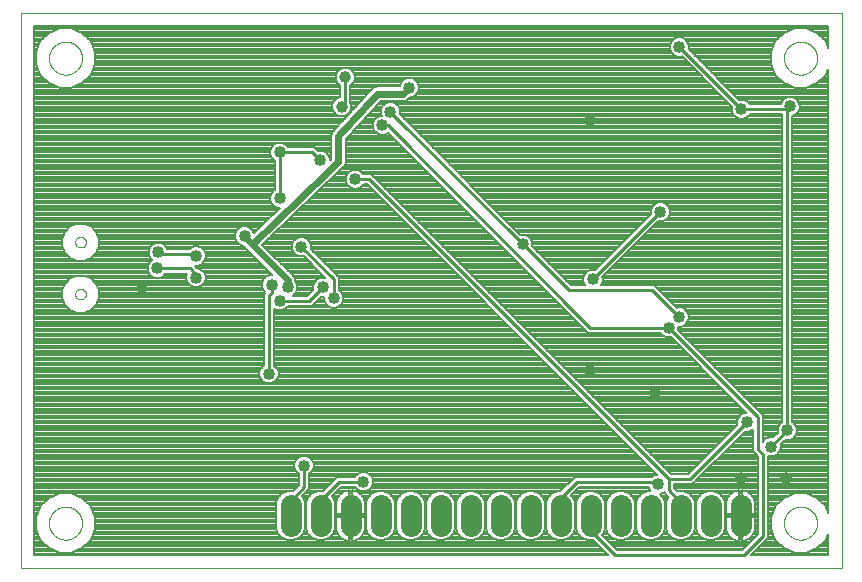
<source format=gbl>
G75*
%MOIN*%
%OFA0B0*%
%FSLAX25Y25*%
%IPPOS*%
%LPD*%
%AMOC8*
5,1,8,0,0,1.08239X$1,22.5*
%
%ADD10C,0.00000*%
%ADD11C,0.07087*%
%ADD12C,0.00807*%
%ADD13C,0.04000*%
%ADD14C,0.03962*%
%ADD15C,0.01000*%
%ADD16C,0.02400*%
D10*
X0021404Y0011404D02*
X0021404Y0196364D01*
X0295104Y0196364D01*
X0295104Y0011404D01*
X0021404Y0011404D01*
X0030892Y0026404D02*
X0030894Y0026552D01*
X0030900Y0026700D01*
X0030910Y0026848D01*
X0030924Y0026995D01*
X0030942Y0027142D01*
X0030963Y0027288D01*
X0030989Y0027434D01*
X0031019Y0027579D01*
X0031052Y0027723D01*
X0031090Y0027866D01*
X0031131Y0028008D01*
X0031176Y0028149D01*
X0031224Y0028289D01*
X0031277Y0028428D01*
X0031333Y0028565D01*
X0031393Y0028700D01*
X0031456Y0028834D01*
X0031523Y0028966D01*
X0031594Y0029096D01*
X0031668Y0029224D01*
X0031745Y0029350D01*
X0031826Y0029474D01*
X0031910Y0029596D01*
X0031997Y0029715D01*
X0032088Y0029832D01*
X0032182Y0029947D01*
X0032278Y0030059D01*
X0032378Y0030169D01*
X0032480Y0030275D01*
X0032586Y0030379D01*
X0032694Y0030480D01*
X0032805Y0030578D01*
X0032918Y0030674D01*
X0033034Y0030766D01*
X0033152Y0030855D01*
X0033273Y0030940D01*
X0033396Y0031023D01*
X0033521Y0031102D01*
X0033648Y0031178D01*
X0033777Y0031250D01*
X0033908Y0031319D01*
X0034041Y0031384D01*
X0034176Y0031445D01*
X0034312Y0031503D01*
X0034449Y0031558D01*
X0034588Y0031608D01*
X0034729Y0031655D01*
X0034870Y0031698D01*
X0035013Y0031738D01*
X0035157Y0031773D01*
X0035301Y0031805D01*
X0035447Y0031832D01*
X0035593Y0031856D01*
X0035740Y0031876D01*
X0035887Y0031892D01*
X0036034Y0031904D01*
X0036182Y0031912D01*
X0036330Y0031916D01*
X0036478Y0031916D01*
X0036626Y0031912D01*
X0036774Y0031904D01*
X0036921Y0031892D01*
X0037068Y0031876D01*
X0037215Y0031856D01*
X0037361Y0031832D01*
X0037507Y0031805D01*
X0037651Y0031773D01*
X0037795Y0031738D01*
X0037938Y0031698D01*
X0038079Y0031655D01*
X0038220Y0031608D01*
X0038359Y0031558D01*
X0038496Y0031503D01*
X0038632Y0031445D01*
X0038767Y0031384D01*
X0038900Y0031319D01*
X0039031Y0031250D01*
X0039160Y0031178D01*
X0039287Y0031102D01*
X0039412Y0031023D01*
X0039535Y0030940D01*
X0039656Y0030855D01*
X0039774Y0030766D01*
X0039890Y0030674D01*
X0040003Y0030578D01*
X0040114Y0030480D01*
X0040222Y0030379D01*
X0040328Y0030275D01*
X0040430Y0030169D01*
X0040530Y0030059D01*
X0040626Y0029947D01*
X0040720Y0029832D01*
X0040811Y0029715D01*
X0040898Y0029596D01*
X0040982Y0029474D01*
X0041063Y0029350D01*
X0041140Y0029224D01*
X0041214Y0029096D01*
X0041285Y0028966D01*
X0041352Y0028834D01*
X0041415Y0028700D01*
X0041475Y0028565D01*
X0041531Y0028428D01*
X0041584Y0028289D01*
X0041632Y0028149D01*
X0041677Y0028008D01*
X0041718Y0027866D01*
X0041756Y0027723D01*
X0041789Y0027579D01*
X0041819Y0027434D01*
X0041845Y0027288D01*
X0041866Y0027142D01*
X0041884Y0026995D01*
X0041898Y0026848D01*
X0041908Y0026700D01*
X0041914Y0026552D01*
X0041916Y0026404D01*
X0041914Y0026256D01*
X0041908Y0026108D01*
X0041898Y0025960D01*
X0041884Y0025813D01*
X0041866Y0025666D01*
X0041845Y0025520D01*
X0041819Y0025374D01*
X0041789Y0025229D01*
X0041756Y0025085D01*
X0041718Y0024942D01*
X0041677Y0024800D01*
X0041632Y0024659D01*
X0041584Y0024519D01*
X0041531Y0024380D01*
X0041475Y0024243D01*
X0041415Y0024108D01*
X0041352Y0023974D01*
X0041285Y0023842D01*
X0041214Y0023712D01*
X0041140Y0023584D01*
X0041063Y0023458D01*
X0040982Y0023334D01*
X0040898Y0023212D01*
X0040811Y0023093D01*
X0040720Y0022976D01*
X0040626Y0022861D01*
X0040530Y0022749D01*
X0040430Y0022639D01*
X0040328Y0022533D01*
X0040222Y0022429D01*
X0040114Y0022328D01*
X0040003Y0022230D01*
X0039890Y0022134D01*
X0039774Y0022042D01*
X0039656Y0021953D01*
X0039535Y0021868D01*
X0039412Y0021785D01*
X0039287Y0021706D01*
X0039160Y0021630D01*
X0039031Y0021558D01*
X0038900Y0021489D01*
X0038767Y0021424D01*
X0038632Y0021363D01*
X0038496Y0021305D01*
X0038359Y0021250D01*
X0038220Y0021200D01*
X0038079Y0021153D01*
X0037938Y0021110D01*
X0037795Y0021070D01*
X0037651Y0021035D01*
X0037507Y0021003D01*
X0037361Y0020976D01*
X0037215Y0020952D01*
X0037068Y0020932D01*
X0036921Y0020916D01*
X0036774Y0020904D01*
X0036626Y0020896D01*
X0036478Y0020892D01*
X0036330Y0020892D01*
X0036182Y0020896D01*
X0036034Y0020904D01*
X0035887Y0020916D01*
X0035740Y0020932D01*
X0035593Y0020952D01*
X0035447Y0020976D01*
X0035301Y0021003D01*
X0035157Y0021035D01*
X0035013Y0021070D01*
X0034870Y0021110D01*
X0034729Y0021153D01*
X0034588Y0021200D01*
X0034449Y0021250D01*
X0034312Y0021305D01*
X0034176Y0021363D01*
X0034041Y0021424D01*
X0033908Y0021489D01*
X0033777Y0021558D01*
X0033648Y0021630D01*
X0033521Y0021706D01*
X0033396Y0021785D01*
X0033273Y0021868D01*
X0033152Y0021953D01*
X0033034Y0022042D01*
X0032918Y0022134D01*
X0032805Y0022230D01*
X0032694Y0022328D01*
X0032586Y0022429D01*
X0032480Y0022533D01*
X0032378Y0022639D01*
X0032278Y0022749D01*
X0032182Y0022861D01*
X0032088Y0022976D01*
X0031997Y0023093D01*
X0031910Y0023212D01*
X0031826Y0023334D01*
X0031745Y0023458D01*
X0031668Y0023584D01*
X0031594Y0023712D01*
X0031523Y0023842D01*
X0031456Y0023974D01*
X0031393Y0024108D01*
X0031333Y0024243D01*
X0031277Y0024380D01*
X0031224Y0024519D01*
X0031176Y0024659D01*
X0031131Y0024800D01*
X0031090Y0024942D01*
X0031052Y0025085D01*
X0031019Y0025229D01*
X0030989Y0025374D01*
X0030963Y0025520D01*
X0030942Y0025666D01*
X0030924Y0025813D01*
X0030910Y0025960D01*
X0030900Y0026108D01*
X0030894Y0026256D01*
X0030892Y0026404D01*
X0039632Y0102742D02*
X0039634Y0102826D01*
X0039640Y0102909D01*
X0039650Y0102992D01*
X0039664Y0103075D01*
X0039681Y0103157D01*
X0039703Y0103238D01*
X0039728Y0103317D01*
X0039757Y0103396D01*
X0039790Y0103473D01*
X0039826Y0103548D01*
X0039866Y0103622D01*
X0039909Y0103694D01*
X0039956Y0103763D01*
X0040006Y0103830D01*
X0040059Y0103895D01*
X0040115Y0103957D01*
X0040173Y0104017D01*
X0040235Y0104074D01*
X0040299Y0104127D01*
X0040366Y0104178D01*
X0040435Y0104225D01*
X0040506Y0104270D01*
X0040579Y0104310D01*
X0040654Y0104347D01*
X0040731Y0104381D01*
X0040809Y0104411D01*
X0040888Y0104437D01*
X0040969Y0104460D01*
X0041051Y0104478D01*
X0041133Y0104493D01*
X0041216Y0104504D01*
X0041299Y0104511D01*
X0041383Y0104514D01*
X0041467Y0104513D01*
X0041550Y0104508D01*
X0041634Y0104499D01*
X0041716Y0104486D01*
X0041798Y0104470D01*
X0041879Y0104449D01*
X0041960Y0104425D01*
X0042038Y0104397D01*
X0042116Y0104365D01*
X0042192Y0104329D01*
X0042266Y0104290D01*
X0042338Y0104248D01*
X0042408Y0104202D01*
X0042476Y0104153D01*
X0042541Y0104101D01*
X0042604Y0104046D01*
X0042664Y0103988D01*
X0042722Y0103927D01*
X0042776Y0103863D01*
X0042828Y0103797D01*
X0042876Y0103729D01*
X0042921Y0103658D01*
X0042962Y0103585D01*
X0043001Y0103511D01*
X0043035Y0103435D01*
X0043066Y0103357D01*
X0043093Y0103278D01*
X0043117Y0103197D01*
X0043136Y0103116D01*
X0043152Y0103034D01*
X0043164Y0102951D01*
X0043172Y0102867D01*
X0043176Y0102784D01*
X0043176Y0102700D01*
X0043172Y0102617D01*
X0043164Y0102533D01*
X0043152Y0102450D01*
X0043136Y0102368D01*
X0043117Y0102287D01*
X0043093Y0102206D01*
X0043066Y0102127D01*
X0043035Y0102049D01*
X0043001Y0101973D01*
X0042962Y0101899D01*
X0042921Y0101826D01*
X0042876Y0101755D01*
X0042828Y0101687D01*
X0042776Y0101621D01*
X0042722Y0101557D01*
X0042664Y0101496D01*
X0042604Y0101438D01*
X0042541Y0101383D01*
X0042476Y0101331D01*
X0042408Y0101282D01*
X0042338Y0101236D01*
X0042266Y0101194D01*
X0042192Y0101155D01*
X0042116Y0101119D01*
X0042038Y0101087D01*
X0041960Y0101059D01*
X0041879Y0101035D01*
X0041798Y0101014D01*
X0041716Y0100998D01*
X0041634Y0100985D01*
X0041550Y0100976D01*
X0041467Y0100971D01*
X0041383Y0100970D01*
X0041299Y0100973D01*
X0041216Y0100980D01*
X0041133Y0100991D01*
X0041051Y0101006D01*
X0040969Y0101024D01*
X0040888Y0101047D01*
X0040809Y0101073D01*
X0040731Y0101103D01*
X0040654Y0101137D01*
X0040579Y0101174D01*
X0040506Y0101214D01*
X0040435Y0101259D01*
X0040366Y0101306D01*
X0040299Y0101357D01*
X0040235Y0101410D01*
X0040173Y0101467D01*
X0040115Y0101527D01*
X0040059Y0101589D01*
X0040006Y0101654D01*
X0039956Y0101721D01*
X0039909Y0101790D01*
X0039866Y0101862D01*
X0039826Y0101936D01*
X0039790Y0102011D01*
X0039757Y0102088D01*
X0039728Y0102167D01*
X0039703Y0102246D01*
X0039681Y0102327D01*
X0039664Y0102409D01*
X0039650Y0102492D01*
X0039640Y0102575D01*
X0039634Y0102658D01*
X0039632Y0102742D01*
X0039632Y0120065D02*
X0039634Y0120149D01*
X0039640Y0120232D01*
X0039650Y0120315D01*
X0039664Y0120398D01*
X0039681Y0120480D01*
X0039703Y0120561D01*
X0039728Y0120640D01*
X0039757Y0120719D01*
X0039790Y0120796D01*
X0039826Y0120871D01*
X0039866Y0120945D01*
X0039909Y0121017D01*
X0039956Y0121086D01*
X0040006Y0121153D01*
X0040059Y0121218D01*
X0040115Y0121280D01*
X0040173Y0121340D01*
X0040235Y0121397D01*
X0040299Y0121450D01*
X0040366Y0121501D01*
X0040435Y0121548D01*
X0040506Y0121593D01*
X0040579Y0121633D01*
X0040654Y0121670D01*
X0040731Y0121704D01*
X0040809Y0121734D01*
X0040888Y0121760D01*
X0040969Y0121783D01*
X0041051Y0121801D01*
X0041133Y0121816D01*
X0041216Y0121827D01*
X0041299Y0121834D01*
X0041383Y0121837D01*
X0041467Y0121836D01*
X0041550Y0121831D01*
X0041634Y0121822D01*
X0041716Y0121809D01*
X0041798Y0121793D01*
X0041879Y0121772D01*
X0041960Y0121748D01*
X0042038Y0121720D01*
X0042116Y0121688D01*
X0042192Y0121652D01*
X0042266Y0121613D01*
X0042338Y0121571D01*
X0042408Y0121525D01*
X0042476Y0121476D01*
X0042541Y0121424D01*
X0042604Y0121369D01*
X0042664Y0121311D01*
X0042722Y0121250D01*
X0042776Y0121186D01*
X0042828Y0121120D01*
X0042876Y0121052D01*
X0042921Y0120981D01*
X0042962Y0120908D01*
X0043001Y0120834D01*
X0043035Y0120758D01*
X0043066Y0120680D01*
X0043093Y0120601D01*
X0043117Y0120520D01*
X0043136Y0120439D01*
X0043152Y0120357D01*
X0043164Y0120274D01*
X0043172Y0120190D01*
X0043176Y0120107D01*
X0043176Y0120023D01*
X0043172Y0119940D01*
X0043164Y0119856D01*
X0043152Y0119773D01*
X0043136Y0119691D01*
X0043117Y0119610D01*
X0043093Y0119529D01*
X0043066Y0119450D01*
X0043035Y0119372D01*
X0043001Y0119296D01*
X0042962Y0119222D01*
X0042921Y0119149D01*
X0042876Y0119078D01*
X0042828Y0119010D01*
X0042776Y0118944D01*
X0042722Y0118880D01*
X0042664Y0118819D01*
X0042604Y0118761D01*
X0042541Y0118706D01*
X0042476Y0118654D01*
X0042408Y0118605D01*
X0042338Y0118559D01*
X0042266Y0118517D01*
X0042192Y0118478D01*
X0042116Y0118442D01*
X0042038Y0118410D01*
X0041960Y0118382D01*
X0041879Y0118358D01*
X0041798Y0118337D01*
X0041716Y0118321D01*
X0041634Y0118308D01*
X0041550Y0118299D01*
X0041467Y0118294D01*
X0041383Y0118293D01*
X0041299Y0118296D01*
X0041216Y0118303D01*
X0041133Y0118314D01*
X0041051Y0118329D01*
X0040969Y0118347D01*
X0040888Y0118370D01*
X0040809Y0118396D01*
X0040731Y0118426D01*
X0040654Y0118460D01*
X0040579Y0118497D01*
X0040506Y0118537D01*
X0040435Y0118582D01*
X0040366Y0118629D01*
X0040299Y0118680D01*
X0040235Y0118733D01*
X0040173Y0118790D01*
X0040115Y0118850D01*
X0040059Y0118912D01*
X0040006Y0118977D01*
X0039956Y0119044D01*
X0039909Y0119113D01*
X0039866Y0119185D01*
X0039826Y0119259D01*
X0039790Y0119334D01*
X0039757Y0119411D01*
X0039728Y0119490D01*
X0039703Y0119569D01*
X0039681Y0119650D01*
X0039664Y0119732D01*
X0039650Y0119815D01*
X0039640Y0119898D01*
X0039634Y0119981D01*
X0039632Y0120065D01*
X0030892Y0181404D02*
X0030894Y0181552D01*
X0030900Y0181700D01*
X0030910Y0181848D01*
X0030924Y0181995D01*
X0030942Y0182142D01*
X0030963Y0182288D01*
X0030989Y0182434D01*
X0031019Y0182579D01*
X0031052Y0182723D01*
X0031090Y0182866D01*
X0031131Y0183008D01*
X0031176Y0183149D01*
X0031224Y0183289D01*
X0031277Y0183428D01*
X0031333Y0183565D01*
X0031393Y0183700D01*
X0031456Y0183834D01*
X0031523Y0183966D01*
X0031594Y0184096D01*
X0031668Y0184224D01*
X0031745Y0184350D01*
X0031826Y0184474D01*
X0031910Y0184596D01*
X0031997Y0184715D01*
X0032088Y0184832D01*
X0032182Y0184947D01*
X0032278Y0185059D01*
X0032378Y0185169D01*
X0032480Y0185275D01*
X0032586Y0185379D01*
X0032694Y0185480D01*
X0032805Y0185578D01*
X0032918Y0185674D01*
X0033034Y0185766D01*
X0033152Y0185855D01*
X0033273Y0185940D01*
X0033396Y0186023D01*
X0033521Y0186102D01*
X0033648Y0186178D01*
X0033777Y0186250D01*
X0033908Y0186319D01*
X0034041Y0186384D01*
X0034176Y0186445D01*
X0034312Y0186503D01*
X0034449Y0186558D01*
X0034588Y0186608D01*
X0034729Y0186655D01*
X0034870Y0186698D01*
X0035013Y0186738D01*
X0035157Y0186773D01*
X0035301Y0186805D01*
X0035447Y0186832D01*
X0035593Y0186856D01*
X0035740Y0186876D01*
X0035887Y0186892D01*
X0036034Y0186904D01*
X0036182Y0186912D01*
X0036330Y0186916D01*
X0036478Y0186916D01*
X0036626Y0186912D01*
X0036774Y0186904D01*
X0036921Y0186892D01*
X0037068Y0186876D01*
X0037215Y0186856D01*
X0037361Y0186832D01*
X0037507Y0186805D01*
X0037651Y0186773D01*
X0037795Y0186738D01*
X0037938Y0186698D01*
X0038079Y0186655D01*
X0038220Y0186608D01*
X0038359Y0186558D01*
X0038496Y0186503D01*
X0038632Y0186445D01*
X0038767Y0186384D01*
X0038900Y0186319D01*
X0039031Y0186250D01*
X0039160Y0186178D01*
X0039287Y0186102D01*
X0039412Y0186023D01*
X0039535Y0185940D01*
X0039656Y0185855D01*
X0039774Y0185766D01*
X0039890Y0185674D01*
X0040003Y0185578D01*
X0040114Y0185480D01*
X0040222Y0185379D01*
X0040328Y0185275D01*
X0040430Y0185169D01*
X0040530Y0185059D01*
X0040626Y0184947D01*
X0040720Y0184832D01*
X0040811Y0184715D01*
X0040898Y0184596D01*
X0040982Y0184474D01*
X0041063Y0184350D01*
X0041140Y0184224D01*
X0041214Y0184096D01*
X0041285Y0183966D01*
X0041352Y0183834D01*
X0041415Y0183700D01*
X0041475Y0183565D01*
X0041531Y0183428D01*
X0041584Y0183289D01*
X0041632Y0183149D01*
X0041677Y0183008D01*
X0041718Y0182866D01*
X0041756Y0182723D01*
X0041789Y0182579D01*
X0041819Y0182434D01*
X0041845Y0182288D01*
X0041866Y0182142D01*
X0041884Y0181995D01*
X0041898Y0181848D01*
X0041908Y0181700D01*
X0041914Y0181552D01*
X0041916Y0181404D01*
X0041914Y0181256D01*
X0041908Y0181108D01*
X0041898Y0180960D01*
X0041884Y0180813D01*
X0041866Y0180666D01*
X0041845Y0180520D01*
X0041819Y0180374D01*
X0041789Y0180229D01*
X0041756Y0180085D01*
X0041718Y0179942D01*
X0041677Y0179800D01*
X0041632Y0179659D01*
X0041584Y0179519D01*
X0041531Y0179380D01*
X0041475Y0179243D01*
X0041415Y0179108D01*
X0041352Y0178974D01*
X0041285Y0178842D01*
X0041214Y0178712D01*
X0041140Y0178584D01*
X0041063Y0178458D01*
X0040982Y0178334D01*
X0040898Y0178212D01*
X0040811Y0178093D01*
X0040720Y0177976D01*
X0040626Y0177861D01*
X0040530Y0177749D01*
X0040430Y0177639D01*
X0040328Y0177533D01*
X0040222Y0177429D01*
X0040114Y0177328D01*
X0040003Y0177230D01*
X0039890Y0177134D01*
X0039774Y0177042D01*
X0039656Y0176953D01*
X0039535Y0176868D01*
X0039412Y0176785D01*
X0039287Y0176706D01*
X0039160Y0176630D01*
X0039031Y0176558D01*
X0038900Y0176489D01*
X0038767Y0176424D01*
X0038632Y0176363D01*
X0038496Y0176305D01*
X0038359Y0176250D01*
X0038220Y0176200D01*
X0038079Y0176153D01*
X0037938Y0176110D01*
X0037795Y0176070D01*
X0037651Y0176035D01*
X0037507Y0176003D01*
X0037361Y0175976D01*
X0037215Y0175952D01*
X0037068Y0175932D01*
X0036921Y0175916D01*
X0036774Y0175904D01*
X0036626Y0175896D01*
X0036478Y0175892D01*
X0036330Y0175892D01*
X0036182Y0175896D01*
X0036034Y0175904D01*
X0035887Y0175916D01*
X0035740Y0175932D01*
X0035593Y0175952D01*
X0035447Y0175976D01*
X0035301Y0176003D01*
X0035157Y0176035D01*
X0035013Y0176070D01*
X0034870Y0176110D01*
X0034729Y0176153D01*
X0034588Y0176200D01*
X0034449Y0176250D01*
X0034312Y0176305D01*
X0034176Y0176363D01*
X0034041Y0176424D01*
X0033908Y0176489D01*
X0033777Y0176558D01*
X0033648Y0176630D01*
X0033521Y0176706D01*
X0033396Y0176785D01*
X0033273Y0176868D01*
X0033152Y0176953D01*
X0033034Y0177042D01*
X0032918Y0177134D01*
X0032805Y0177230D01*
X0032694Y0177328D01*
X0032586Y0177429D01*
X0032480Y0177533D01*
X0032378Y0177639D01*
X0032278Y0177749D01*
X0032182Y0177861D01*
X0032088Y0177976D01*
X0031997Y0178093D01*
X0031910Y0178212D01*
X0031826Y0178334D01*
X0031745Y0178458D01*
X0031668Y0178584D01*
X0031594Y0178712D01*
X0031523Y0178842D01*
X0031456Y0178974D01*
X0031393Y0179108D01*
X0031333Y0179243D01*
X0031277Y0179380D01*
X0031224Y0179519D01*
X0031176Y0179659D01*
X0031131Y0179800D01*
X0031090Y0179942D01*
X0031052Y0180085D01*
X0031019Y0180229D01*
X0030989Y0180374D01*
X0030963Y0180520D01*
X0030942Y0180666D01*
X0030924Y0180813D01*
X0030910Y0180960D01*
X0030900Y0181108D01*
X0030894Y0181256D01*
X0030892Y0181404D01*
X0275892Y0181404D02*
X0275894Y0181552D01*
X0275900Y0181700D01*
X0275910Y0181848D01*
X0275924Y0181995D01*
X0275942Y0182142D01*
X0275963Y0182288D01*
X0275989Y0182434D01*
X0276019Y0182579D01*
X0276052Y0182723D01*
X0276090Y0182866D01*
X0276131Y0183008D01*
X0276176Y0183149D01*
X0276224Y0183289D01*
X0276277Y0183428D01*
X0276333Y0183565D01*
X0276393Y0183700D01*
X0276456Y0183834D01*
X0276523Y0183966D01*
X0276594Y0184096D01*
X0276668Y0184224D01*
X0276745Y0184350D01*
X0276826Y0184474D01*
X0276910Y0184596D01*
X0276997Y0184715D01*
X0277088Y0184832D01*
X0277182Y0184947D01*
X0277278Y0185059D01*
X0277378Y0185169D01*
X0277480Y0185275D01*
X0277586Y0185379D01*
X0277694Y0185480D01*
X0277805Y0185578D01*
X0277918Y0185674D01*
X0278034Y0185766D01*
X0278152Y0185855D01*
X0278273Y0185940D01*
X0278396Y0186023D01*
X0278521Y0186102D01*
X0278648Y0186178D01*
X0278777Y0186250D01*
X0278908Y0186319D01*
X0279041Y0186384D01*
X0279176Y0186445D01*
X0279312Y0186503D01*
X0279449Y0186558D01*
X0279588Y0186608D01*
X0279729Y0186655D01*
X0279870Y0186698D01*
X0280013Y0186738D01*
X0280157Y0186773D01*
X0280301Y0186805D01*
X0280447Y0186832D01*
X0280593Y0186856D01*
X0280740Y0186876D01*
X0280887Y0186892D01*
X0281034Y0186904D01*
X0281182Y0186912D01*
X0281330Y0186916D01*
X0281478Y0186916D01*
X0281626Y0186912D01*
X0281774Y0186904D01*
X0281921Y0186892D01*
X0282068Y0186876D01*
X0282215Y0186856D01*
X0282361Y0186832D01*
X0282507Y0186805D01*
X0282651Y0186773D01*
X0282795Y0186738D01*
X0282938Y0186698D01*
X0283079Y0186655D01*
X0283220Y0186608D01*
X0283359Y0186558D01*
X0283496Y0186503D01*
X0283632Y0186445D01*
X0283767Y0186384D01*
X0283900Y0186319D01*
X0284031Y0186250D01*
X0284160Y0186178D01*
X0284287Y0186102D01*
X0284412Y0186023D01*
X0284535Y0185940D01*
X0284656Y0185855D01*
X0284774Y0185766D01*
X0284890Y0185674D01*
X0285003Y0185578D01*
X0285114Y0185480D01*
X0285222Y0185379D01*
X0285328Y0185275D01*
X0285430Y0185169D01*
X0285530Y0185059D01*
X0285626Y0184947D01*
X0285720Y0184832D01*
X0285811Y0184715D01*
X0285898Y0184596D01*
X0285982Y0184474D01*
X0286063Y0184350D01*
X0286140Y0184224D01*
X0286214Y0184096D01*
X0286285Y0183966D01*
X0286352Y0183834D01*
X0286415Y0183700D01*
X0286475Y0183565D01*
X0286531Y0183428D01*
X0286584Y0183289D01*
X0286632Y0183149D01*
X0286677Y0183008D01*
X0286718Y0182866D01*
X0286756Y0182723D01*
X0286789Y0182579D01*
X0286819Y0182434D01*
X0286845Y0182288D01*
X0286866Y0182142D01*
X0286884Y0181995D01*
X0286898Y0181848D01*
X0286908Y0181700D01*
X0286914Y0181552D01*
X0286916Y0181404D01*
X0286914Y0181256D01*
X0286908Y0181108D01*
X0286898Y0180960D01*
X0286884Y0180813D01*
X0286866Y0180666D01*
X0286845Y0180520D01*
X0286819Y0180374D01*
X0286789Y0180229D01*
X0286756Y0180085D01*
X0286718Y0179942D01*
X0286677Y0179800D01*
X0286632Y0179659D01*
X0286584Y0179519D01*
X0286531Y0179380D01*
X0286475Y0179243D01*
X0286415Y0179108D01*
X0286352Y0178974D01*
X0286285Y0178842D01*
X0286214Y0178712D01*
X0286140Y0178584D01*
X0286063Y0178458D01*
X0285982Y0178334D01*
X0285898Y0178212D01*
X0285811Y0178093D01*
X0285720Y0177976D01*
X0285626Y0177861D01*
X0285530Y0177749D01*
X0285430Y0177639D01*
X0285328Y0177533D01*
X0285222Y0177429D01*
X0285114Y0177328D01*
X0285003Y0177230D01*
X0284890Y0177134D01*
X0284774Y0177042D01*
X0284656Y0176953D01*
X0284535Y0176868D01*
X0284412Y0176785D01*
X0284287Y0176706D01*
X0284160Y0176630D01*
X0284031Y0176558D01*
X0283900Y0176489D01*
X0283767Y0176424D01*
X0283632Y0176363D01*
X0283496Y0176305D01*
X0283359Y0176250D01*
X0283220Y0176200D01*
X0283079Y0176153D01*
X0282938Y0176110D01*
X0282795Y0176070D01*
X0282651Y0176035D01*
X0282507Y0176003D01*
X0282361Y0175976D01*
X0282215Y0175952D01*
X0282068Y0175932D01*
X0281921Y0175916D01*
X0281774Y0175904D01*
X0281626Y0175896D01*
X0281478Y0175892D01*
X0281330Y0175892D01*
X0281182Y0175896D01*
X0281034Y0175904D01*
X0280887Y0175916D01*
X0280740Y0175932D01*
X0280593Y0175952D01*
X0280447Y0175976D01*
X0280301Y0176003D01*
X0280157Y0176035D01*
X0280013Y0176070D01*
X0279870Y0176110D01*
X0279729Y0176153D01*
X0279588Y0176200D01*
X0279449Y0176250D01*
X0279312Y0176305D01*
X0279176Y0176363D01*
X0279041Y0176424D01*
X0278908Y0176489D01*
X0278777Y0176558D01*
X0278648Y0176630D01*
X0278521Y0176706D01*
X0278396Y0176785D01*
X0278273Y0176868D01*
X0278152Y0176953D01*
X0278034Y0177042D01*
X0277918Y0177134D01*
X0277805Y0177230D01*
X0277694Y0177328D01*
X0277586Y0177429D01*
X0277480Y0177533D01*
X0277378Y0177639D01*
X0277278Y0177749D01*
X0277182Y0177861D01*
X0277088Y0177976D01*
X0276997Y0178093D01*
X0276910Y0178212D01*
X0276826Y0178334D01*
X0276745Y0178458D01*
X0276668Y0178584D01*
X0276594Y0178712D01*
X0276523Y0178842D01*
X0276456Y0178974D01*
X0276393Y0179108D01*
X0276333Y0179243D01*
X0276277Y0179380D01*
X0276224Y0179519D01*
X0276176Y0179659D01*
X0276131Y0179800D01*
X0276090Y0179942D01*
X0276052Y0180085D01*
X0276019Y0180229D01*
X0275989Y0180374D01*
X0275963Y0180520D01*
X0275942Y0180666D01*
X0275924Y0180813D01*
X0275910Y0180960D01*
X0275900Y0181108D01*
X0275894Y0181256D01*
X0275892Y0181404D01*
X0275892Y0026404D02*
X0275894Y0026552D01*
X0275900Y0026700D01*
X0275910Y0026848D01*
X0275924Y0026995D01*
X0275942Y0027142D01*
X0275963Y0027288D01*
X0275989Y0027434D01*
X0276019Y0027579D01*
X0276052Y0027723D01*
X0276090Y0027866D01*
X0276131Y0028008D01*
X0276176Y0028149D01*
X0276224Y0028289D01*
X0276277Y0028428D01*
X0276333Y0028565D01*
X0276393Y0028700D01*
X0276456Y0028834D01*
X0276523Y0028966D01*
X0276594Y0029096D01*
X0276668Y0029224D01*
X0276745Y0029350D01*
X0276826Y0029474D01*
X0276910Y0029596D01*
X0276997Y0029715D01*
X0277088Y0029832D01*
X0277182Y0029947D01*
X0277278Y0030059D01*
X0277378Y0030169D01*
X0277480Y0030275D01*
X0277586Y0030379D01*
X0277694Y0030480D01*
X0277805Y0030578D01*
X0277918Y0030674D01*
X0278034Y0030766D01*
X0278152Y0030855D01*
X0278273Y0030940D01*
X0278396Y0031023D01*
X0278521Y0031102D01*
X0278648Y0031178D01*
X0278777Y0031250D01*
X0278908Y0031319D01*
X0279041Y0031384D01*
X0279176Y0031445D01*
X0279312Y0031503D01*
X0279449Y0031558D01*
X0279588Y0031608D01*
X0279729Y0031655D01*
X0279870Y0031698D01*
X0280013Y0031738D01*
X0280157Y0031773D01*
X0280301Y0031805D01*
X0280447Y0031832D01*
X0280593Y0031856D01*
X0280740Y0031876D01*
X0280887Y0031892D01*
X0281034Y0031904D01*
X0281182Y0031912D01*
X0281330Y0031916D01*
X0281478Y0031916D01*
X0281626Y0031912D01*
X0281774Y0031904D01*
X0281921Y0031892D01*
X0282068Y0031876D01*
X0282215Y0031856D01*
X0282361Y0031832D01*
X0282507Y0031805D01*
X0282651Y0031773D01*
X0282795Y0031738D01*
X0282938Y0031698D01*
X0283079Y0031655D01*
X0283220Y0031608D01*
X0283359Y0031558D01*
X0283496Y0031503D01*
X0283632Y0031445D01*
X0283767Y0031384D01*
X0283900Y0031319D01*
X0284031Y0031250D01*
X0284160Y0031178D01*
X0284287Y0031102D01*
X0284412Y0031023D01*
X0284535Y0030940D01*
X0284656Y0030855D01*
X0284774Y0030766D01*
X0284890Y0030674D01*
X0285003Y0030578D01*
X0285114Y0030480D01*
X0285222Y0030379D01*
X0285328Y0030275D01*
X0285430Y0030169D01*
X0285530Y0030059D01*
X0285626Y0029947D01*
X0285720Y0029832D01*
X0285811Y0029715D01*
X0285898Y0029596D01*
X0285982Y0029474D01*
X0286063Y0029350D01*
X0286140Y0029224D01*
X0286214Y0029096D01*
X0286285Y0028966D01*
X0286352Y0028834D01*
X0286415Y0028700D01*
X0286475Y0028565D01*
X0286531Y0028428D01*
X0286584Y0028289D01*
X0286632Y0028149D01*
X0286677Y0028008D01*
X0286718Y0027866D01*
X0286756Y0027723D01*
X0286789Y0027579D01*
X0286819Y0027434D01*
X0286845Y0027288D01*
X0286866Y0027142D01*
X0286884Y0026995D01*
X0286898Y0026848D01*
X0286908Y0026700D01*
X0286914Y0026552D01*
X0286916Y0026404D01*
X0286914Y0026256D01*
X0286908Y0026108D01*
X0286898Y0025960D01*
X0286884Y0025813D01*
X0286866Y0025666D01*
X0286845Y0025520D01*
X0286819Y0025374D01*
X0286789Y0025229D01*
X0286756Y0025085D01*
X0286718Y0024942D01*
X0286677Y0024800D01*
X0286632Y0024659D01*
X0286584Y0024519D01*
X0286531Y0024380D01*
X0286475Y0024243D01*
X0286415Y0024108D01*
X0286352Y0023974D01*
X0286285Y0023842D01*
X0286214Y0023712D01*
X0286140Y0023584D01*
X0286063Y0023458D01*
X0285982Y0023334D01*
X0285898Y0023212D01*
X0285811Y0023093D01*
X0285720Y0022976D01*
X0285626Y0022861D01*
X0285530Y0022749D01*
X0285430Y0022639D01*
X0285328Y0022533D01*
X0285222Y0022429D01*
X0285114Y0022328D01*
X0285003Y0022230D01*
X0284890Y0022134D01*
X0284774Y0022042D01*
X0284656Y0021953D01*
X0284535Y0021868D01*
X0284412Y0021785D01*
X0284287Y0021706D01*
X0284160Y0021630D01*
X0284031Y0021558D01*
X0283900Y0021489D01*
X0283767Y0021424D01*
X0283632Y0021363D01*
X0283496Y0021305D01*
X0283359Y0021250D01*
X0283220Y0021200D01*
X0283079Y0021153D01*
X0282938Y0021110D01*
X0282795Y0021070D01*
X0282651Y0021035D01*
X0282507Y0021003D01*
X0282361Y0020976D01*
X0282215Y0020952D01*
X0282068Y0020932D01*
X0281921Y0020916D01*
X0281774Y0020904D01*
X0281626Y0020896D01*
X0281478Y0020892D01*
X0281330Y0020892D01*
X0281182Y0020896D01*
X0281034Y0020904D01*
X0280887Y0020916D01*
X0280740Y0020932D01*
X0280593Y0020952D01*
X0280447Y0020976D01*
X0280301Y0021003D01*
X0280157Y0021035D01*
X0280013Y0021070D01*
X0279870Y0021110D01*
X0279729Y0021153D01*
X0279588Y0021200D01*
X0279449Y0021250D01*
X0279312Y0021305D01*
X0279176Y0021363D01*
X0279041Y0021424D01*
X0278908Y0021489D01*
X0278777Y0021558D01*
X0278648Y0021630D01*
X0278521Y0021706D01*
X0278396Y0021785D01*
X0278273Y0021868D01*
X0278152Y0021953D01*
X0278034Y0022042D01*
X0277918Y0022134D01*
X0277805Y0022230D01*
X0277694Y0022328D01*
X0277586Y0022429D01*
X0277480Y0022533D01*
X0277378Y0022639D01*
X0277278Y0022749D01*
X0277182Y0022861D01*
X0277088Y0022976D01*
X0276997Y0023093D01*
X0276910Y0023212D01*
X0276826Y0023334D01*
X0276745Y0023458D01*
X0276668Y0023584D01*
X0276594Y0023712D01*
X0276523Y0023842D01*
X0276456Y0023974D01*
X0276393Y0024108D01*
X0276333Y0024243D01*
X0276277Y0024380D01*
X0276224Y0024519D01*
X0276176Y0024659D01*
X0276131Y0024800D01*
X0276090Y0024942D01*
X0276052Y0025085D01*
X0276019Y0025229D01*
X0275989Y0025374D01*
X0275963Y0025520D01*
X0275942Y0025666D01*
X0275924Y0025813D01*
X0275910Y0025960D01*
X0275900Y0026108D01*
X0275894Y0026256D01*
X0275892Y0026404D01*
D11*
X0261404Y0025360D02*
X0261404Y0032447D01*
X0251404Y0032447D02*
X0251404Y0025360D01*
X0241404Y0025360D02*
X0241404Y0032447D01*
X0231404Y0032447D02*
X0231404Y0025360D01*
X0221404Y0025360D02*
X0221404Y0032447D01*
X0211404Y0032447D02*
X0211404Y0025360D01*
X0201404Y0025360D02*
X0201404Y0032447D01*
X0191404Y0032447D02*
X0191404Y0025360D01*
X0181404Y0025360D02*
X0181404Y0032447D01*
X0171404Y0032447D02*
X0171404Y0025360D01*
X0161404Y0025360D02*
X0161404Y0032447D01*
X0151404Y0032447D02*
X0151404Y0025360D01*
X0141404Y0025360D02*
X0141404Y0032447D01*
X0131404Y0032447D02*
X0131404Y0025360D01*
X0121404Y0025360D02*
X0121404Y0032447D01*
X0111404Y0032447D02*
X0111404Y0025360D01*
D12*
X0107041Y0023488D02*
X0045928Y0023488D01*
X0046262Y0024293D02*
X0106708Y0024293D01*
X0106657Y0024416D02*
X0107379Y0022671D01*
X0108715Y0021336D01*
X0110459Y0020613D01*
X0112348Y0020613D01*
X0114092Y0021336D01*
X0115428Y0022671D01*
X0116150Y0024416D01*
X0116150Y0033391D01*
X0115428Y0035136D01*
X0115236Y0035327D01*
X0116609Y0036700D01*
X0117607Y0037698D01*
X0117607Y0042842D01*
X0117718Y0042888D01*
X0118619Y0043789D01*
X0119107Y0044966D01*
X0119107Y0046241D01*
X0118619Y0047418D01*
X0117718Y0048319D01*
X0116541Y0048807D01*
X0115266Y0048807D01*
X0114089Y0048319D01*
X0113188Y0047418D01*
X0112700Y0046241D01*
X0112700Y0044966D01*
X0113188Y0043789D01*
X0114089Y0042888D01*
X0114200Y0042842D01*
X0114200Y0039109D01*
X0112285Y0037194D01*
X0110459Y0037194D01*
X0108715Y0036471D01*
X0107379Y0035136D01*
X0106657Y0033391D01*
X0106657Y0024416D01*
X0106657Y0025099D02*
X0046319Y0025099D01*
X0046319Y0024431D02*
X0044809Y0020787D01*
X0042020Y0017998D01*
X0038376Y0016488D01*
X0034431Y0016488D01*
X0030787Y0017998D01*
X0027998Y0020787D01*
X0026488Y0024431D01*
X0026488Y0028376D01*
X0027998Y0032020D01*
X0030787Y0034809D01*
X0034431Y0036319D01*
X0038376Y0036319D01*
X0042020Y0034809D01*
X0044809Y0032020D01*
X0046319Y0028376D01*
X0046319Y0024431D01*
X0046319Y0025904D02*
X0106657Y0025904D01*
X0106657Y0026710D02*
X0046319Y0026710D01*
X0046319Y0027516D02*
X0106657Y0027516D01*
X0106657Y0028321D02*
X0046319Y0028321D01*
X0046008Y0029127D02*
X0106657Y0029127D01*
X0106657Y0029932D02*
X0045674Y0029932D01*
X0045340Y0030738D02*
X0106657Y0030738D01*
X0106657Y0031543D02*
X0045007Y0031543D01*
X0044480Y0032349D02*
X0106657Y0032349D01*
X0106657Y0033155D02*
X0043675Y0033155D01*
X0042869Y0033960D02*
X0106892Y0033960D01*
X0107226Y0034766D02*
X0042064Y0034766D01*
X0040180Y0035571D02*
X0107815Y0035571D01*
X0108621Y0036377D02*
X0025807Y0036377D01*
X0025807Y0035571D02*
X0032627Y0035571D01*
X0030743Y0034766D02*
X0025807Y0034766D01*
X0025807Y0033960D02*
X0029938Y0033960D01*
X0029132Y0033155D02*
X0025807Y0033155D01*
X0025807Y0032349D02*
X0028327Y0032349D01*
X0027800Y0031543D02*
X0025807Y0031543D01*
X0025807Y0030738D02*
X0027467Y0030738D01*
X0027133Y0029932D02*
X0025807Y0029932D01*
X0025807Y0029127D02*
X0026799Y0029127D01*
X0026488Y0028321D02*
X0025807Y0028321D01*
X0025807Y0027516D02*
X0026488Y0027516D01*
X0026488Y0026710D02*
X0025807Y0026710D01*
X0025807Y0025904D02*
X0026488Y0025904D01*
X0026488Y0025099D02*
X0025807Y0025099D01*
X0025807Y0024293D02*
X0026545Y0024293D01*
X0026879Y0023488D02*
X0025807Y0023488D01*
X0025807Y0022682D02*
X0027213Y0022682D01*
X0027546Y0021876D02*
X0025807Y0021876D01*
X0025807Y0021071D02*
X0027880Y0021071D01*
X0028520Y0020265D02*
X0025807Y0020265D01*
X0025807Y0019460D02*
X0029325Y0019460D01*
X0030131Y0018654D02*
X0025807Y0018654D01*
X0025807Y0017848D02*
X0031148Y0017848D01*
X0033092Y0017043D02*
X0025807Y0017043D01*
X0025807Y0016237D02*
X0216661Y0016237D01*
X0217091Y0015807D02*
X0025807Y0015807D01*
X0025807Y0191961D01*
X0290701Y0191961D01*
X0290701Y0184868D01*
X0289809Y0187020D01*
X0287020Y0189809D01*
X0283376Y0191319D01*
X0279431Y0191319D01*
X0275787Y0189809D01*
X0272998Y0187020D01*
X0271488Y0183376D01*
X0271488Y0179431D01*
X0272998Y0175787D01*
X0275787Y0172998D01*
X0279431Y0171488D01*
X0283376Y0171488D01*
X0287020Y0172998D01*
X0289809Y0175787D01*
X0290701Y0177939D01*
X0290701Y0029868D01*
X0289809Y0032020D01*
X0287020Y0034809D01*
X0283376Y0036319D01*
X0279431Y0036319D01*
X0275787Y0034809D01*
X0272998Y0032020D01*
X0271488Y0028376D01*
X0271488Y0024431D01*
X0272998Y0020787D01*
X0275787Y0017998D01*
X0279431Y0016488D01*
X0283376Y0016488D01*
X0287020Y0017998D01*
X0289809Y0020787D01*
X0290701Y0022939D01*
X0290701Y0015807D01*
X0264916Y0015807D01*
X0269609Y0020500D01*
X0270607Y0021498D01*
X0270607Y0048849D01*
X0270966Y0048700D01*
X0272241Y0048700D01*
X0273418Y0049188D01*
X0274319Y0050089D01*
X0274807Y0051266D01*
X0274807Y0052541D01*
X0274761Y0052652D01*
X0276255Y0054146D01*
X0276366Y0054100D01*
X0277641Y0054100D01*
X0278818Y0054588D01*
X0279719Y0055489D01*
X0280207Y0056666D01*
X0280207Y0057941D01*
X0279719Y0059118D01*
X0278818Y0060019D01*
X0278707Y0060065D01*
X0278707Y0162169D01*
X0279718Y0162588D01*
X0280619Y0163489D01*
X0281107Y0164666D01*
X0281107Y0165941D01*
X0280619Y0167118D01*
X0279718Y0168019D01*
X0278541Y0168507D01*
X0277266Y0168507D01*
X0276089Y0168019D01*
X0275188Y0167118D01*
X0274769Y0166107D01*
X0264465Y0166107D01*
X0264419Y0166218D01*
X0263518Y0167119D01*
X0262341Y0167607D01*
X0261066Y0167607D01*
X0260955Y0167561D01*
X0244161Y0184355D01*
X0244207Y0184466D01*
X0244207Y0185741D01*
X0243719Y0186918D01*
X0242818Y0187819D01*
X0241641Y0188307D01*
X0240366Y0188307D01*
X0239189Y0187819D01*
X0238288Y0186918D01*
X0237800Y0185741D01*
X0237800Y0184466D01*
X0238288Y0183289D01*
X0239189Y0182388D01*
X0240366Y0181900D01*
X0241641Y0181900D01*
X0241752Y0181946D01*
X0258546Y0165152D01*
X0258500Y0165041D01*
X0258500Y0163766D01*
X0258988Y0162589D01*
X0259889Y0161688D01*
X0261066Y0161200D01*
X0262341Y0161200D01*
X0263518Y0161688D01*
X0264419Y0162589D01*
X0264465Y0162700D01*
X0275300Y0162700D01*
X0275300Y0060065D01*
X0275189Y0060019D01*
X0274288Y0059118D01*
X0273800Y0057941D01*
X0273800Y0056666D01*
X0273846Y0056555D01*
X0272352Y0055061D01*
X0272241Y0055107D01*
X0270966Y0055107D01*
X0269789Y0054619D01*
X0268888Y0053718D01*
X0268807Y0053523D01*
X0268807Y0062509D01*
X0240561Y0090755D01*
X0240607Y0090866D01*
X0240607Y0091900D01*
X0241641Y0091900D01*
X0242818Y0092388D01*
X0243719Y0093289D01*
X0244207Y0094466D01*
X0244207Y0095741D01*
X0243719Y0096918D01*
X0242818Y0097819D01*
X0241641Y0098307D01*
X0240366Y0098307D01*
X0240255Y0098261D01*
X0233707Y0104809D01*
X0232709Y0105807D01*
X0214838Y0105807D01*
X0214919Y0105889D01*
X0215407Y0107066D01*
X0215407Y0108341D01*
X0215361Y0108452D01*
X0233955Y0127046D01*
X0234066Y0127000D01*
X0235341Y0127000D01*
X0236518Y0127488D01*
X0237419Y0128389D01*
X0237907Y0129566D01*
X0237907Y0130841D01*
X0237419Y0132018D01*
X0236518Y0132919D01*
X0235341Y0133407D01*
X0234066Y0133407D01*
X0232889Y0132919D01*
X0231988Y0132018D01*
X0231500Y0130841D01*
X0231500Y0129566D01*
X0231546Y0129455D01*
X0212952Y0110861D01*
X0212841Y0110907D01*
X0211566Y0110907D01*
X0210389Y0110419D01*
X0209488Y0109518D01*
X0209000Y0108341D01*
X0209000Y0107066D01*
X0209488Y0105889D01*
X0209570Y0105807D01*
X0204809Y0105807D01*
X0191961Y0118655D01*
X0192007Y0118766D01*
X0192007Y0120041D01*
X0191519Y0121218D01*
X0190618Y0122119D01*
X0189441Y0122607D01*
X0188166Y0122607D01*
X0188055Y0122561D01*
X0147861Y0162755D01*
X0147907Y0162866D01*
X0147907Y0164141D01*
X0147419Y0165318D01*
X0146518Y0166219D01*
X0145341Y0166707D01*
X0144066Y0166707D01*
X0142889Y0166219D01*
X0141988Y0165318D01*
X0141500Y0164141D01*
X0141500Y0162866D01*
X0141773Y0162207D01*
X0141366Y0162207D01*
X0140189Y0161719D01*
X0139288Y0160818D01*
X0138800Y0159641D01*
X0138800Y0158366D01*
X0139288Y0157189D01*
X0140189Y0156288D01*
X0141366Y0155800D01*
X0142641Y0155800D01*
X0143818Y0156288D01*
X0143964Y0156434D01*
X0209600Y0090798D01*
X0210598Y0089800D01*
X0234642Y0089800D01*
X0234688Y0089689D01*
X0235589Y0088788D01*
X0236766Y0088300D01*
X0238041Y0088300D01*
X0238152Y0088346D01*
X0263291Y0063207D01*
X0262866Y0063207D01*
X0261689Y0062719D01*
X0260788Y0061818D01*
X0260300Y0060641D01*
X0260300Y0059366D01*
X0260346Y0059255D01*
X0243898Y0042807D01*
X0238109Y0042807D01*
X0138209Y0142707D01*
X0135765Y0142707D01*
X0135719Y0142818D01*
X0134818Y0143719D01*
X0133641Y0144207D01*
X0132366Y0144207D01*
X0131189Y0143719D01*
X0130288Y0142818D01*
X0129800Y0141641D01*
X0129800Y0140366D01*
X0130288Y0139189D01*
X0131189Y0138288D01*
X0132366Y0137800D01*
X0133641Y0137800D01*
X0134818Y0138288D01*
X0135719Y0139189D01*
X0135765Y0139300D01*
X0136798Y0139300D01*
X0233591Y0042507D01*
X0233166Y0042507D01*
X0231989Y0042019D01*
X0231877Y0041907D01*
X0206098Y0041907D01*
X0201385Y0037194D01*
X0200459Y0037194D01*
X0198715Y0036471D01*
X0197379Y0035136D01*
X0196657Y0033391D01*
X0196657Y0024416D01*
X0197379Y0022671D01*
X0198715Y0021336D01*
X0200459Y0020613D01*
X0202348Y0020613D01*
X0204092Y0021336D01*
X0205428Y0022671D01*
X0206150Y0024416D01*
X0206150Y0033391D01*
X0205428Y0035136D01*
X0204786Y0035777D01*
X0207509Y0038500D01*
X0230669Y0038500D01*
X0231088Y0037489D01*
X0231383Y0037194D01*
X0230459Y0037194D01*
X0228715Y0036471D01*
X0227379Y0035136D01*
X0226657Y0033391D01*
X0226657Y0024416D01*
X0227379Y0022671D01*
X0228715Y0021336D01*
X0230459Y0020613D01*
X0232348Y0020613D01*
X0234092Y0021336D01*
X0235428Y0022671D01*
X0236150Y0024416D01*
X0236150Y0033391D01*
X0235428Y0035136D01*
X0234457Y0036107D01*
X0235618Y0036588D01*
X0235764Y0036734D01*
X0237374Y0035124D01*
X0236657Y0033391D01*
X0236657Y0024416D01*
X0237379Y0022671D01*
X0238715Y0021336D01*
X0240459Y0020613D01*
X0242348Y0020613D01*
X0244092Y0021336D01*
X0245428Y0022671D01*
X0246150Y0024416D01*
X0246150Y0033391D01*
X0245428Y0035136D01*
X0244092Y0036471D01*
X0242348Y0037194D01*
X0240459Y0037194D01*
X0240221Y0037095D01*
X0239107Y0038209D01*
X0239107Y0039400D01*
X0245309Y0039400D01*
X0246307Y0040398D01*
X0262755Y0056846D01*
X0262866Y0056800D01*
X0264141Y0056800D01*
X0265318Y0057288D01*
X0265400Y0057370D01*
X0265400Y0050298D01*
X0266398Y0049300D01*
X0267200Y0048498D01*
X0267200Y0022909D01*
X0261898Y0017607D01*
X0220109Y0017607D01*
X0215236Y0022480D01*
X0215428Y0022671D01*
X0216150Y0024416D01*
X0216150Y0033391D01*
X0215428Y0035136D01*
X0214092Y0036471D01*
X0212348Y0037194D01*
X0210459Y0037194D01*
X0208715Y0036471D01*
X0207379Y0035136D01*
X0206657Y0033391D01*
X0206657Y0024416D01*
X0207379Y0022671D01*
X0208715Y0021336D01*
X0210459Y0020613D01*
X0212285Y0020613D01*
X0217091Y0015807D01*
X0215855Y0017043D02*
X0039715Y0017043D01*
X0041659Y0017848D02*
X0215050Y0017848D01*
X0214244Y0018654D02*
X0042676Y0018654D01*
X0043482Y0019460D02*
X0213438Y0019460D01*
X0212633Y0020265D02*
X0044288Y0020265D01*
X0044927Y0021071D02*
X0109355Y0021071D01*
X0108174Y0021876D02*
X0045261Y0021876D01*
X0045594Y0022682D02*
X0107375Y0022682D01*
X0113452Y0021071D02*
X0119355Y0021071D01*
X0118715Y0021336D02*
X0120459Y0020613D01*
X0122348Y0020613D01*
X0124092Y0021336D01*
X0125428Y0022671D01*
X0126150Y0024416D01*
X0126150Y0033391D01*
X0125428Y0035136D01*
X0125186Y0035377D01*
X0128309Y0038500D01*
X0132942Y0038500D01*
X0132988Y0038389D01*
X0133889Y0037488D01*
X0135066Y0037000D01*
X0136341Y0037000D01*
X0137518Y0037488D01*
X0138419Y0038389D01*
X0138907Y0039566D01*
X0138907Y0040841D01*
X0138419Y0042018D01*
X0137518Y0042919D01*
X0136341Y0043407D01*
X0135066Y0043407D01*
X0133889Y0042919D01*
X0132988Y0042018D01*
X0132942Y0041907D01*
X0126898Y0041907D01*
X0125900Y0040909D01*
X0122185Y0037194D01*
X0120459Y0037194D01*
X0118715Y0036471D01*
X0117379Y0035136D01*
X0116657Y0033391D01*
X0116657Y0024416D01*
X0117379Y0022671D01*
X0118715Y0021336D01*
X0118174Y0021876D02*
X0114633Y0021876D01*
X0115432Y0022682D02*
X0117375Y0022682D01*
X0117041Y0023488D02*
X0115766Y0023488D01*
X0116099Y0024293D02*
X0116708Y0024293D01*
X0116657Y0025099D02*
X0116150Y0025099D01*
X0116150Y0025904D02*
X0116657Y0025904D01*
X0116657Y0026710D02*
X0116150Y0026710D01*
X0116150Y0027516D02*
X0116657Y0027516D01*
X0116657Y0028321D02*
X0116150Y0028321D01*
X0116150Y0029127D02*
X0116657Y0029127D01*
X0116657Y0029932D02*
X0116150Y0029932D01*
X0116150Y0030738D02*
X0116657Y0030738D01*
X0116657Y0031543D02*
X0116150Y0031543D01*
X0116150Y0032349D02*
X0116657Y0032349D01*
X0116657Y0033155D02*
X0116150Y0033155D01*
X0115915Y0033960D02*
X0116892Y0033960D01*
X0117226Y0034766D02*
X0115581Y0034766D01*
X0115481Y0035571D02*
X0117815Y0035571D01*
X0118621Y0036377D02*
X0116286Y0036377D01*
X0117092Y0037183D02*
X0120433Y0037183D01*
X0122979Y0037988D02*
X0117607Y0037988D01*
X0117607Y0038794D02*
X0123785Y0038794D01*
X0124590Y0039599D02*
X0117607Y0039599D01*
X0117607Y0040405D02*
X0125396Y0040405D01*
X0126202Y0041211D02*
X0117607Y0041211D01*
X0117607Y0042016D02*
X0132987Y0042016D01*
X0133791Y0042822D02*
X0117607Y0042822D01*
X0118458Y0043627D02*
X0232470Y0043627D01*
X0233276Y0042822D02*
X0137616Y0042822D01*
X0138420Y0042016D02*
X0231986Y0042016D01*
X0231665Y0044433D02*
X0118886Y0044433D01*
X0119107Y0045239D02*
X0230859Y0045239D01*
X0230054Y0046044D02*
X0119107Y0046044D01*
X0118855Y0046850D02*
X0229248Y0046850D01*
X0228442Y0047655D02*
X0118382Y0047655D01*
X0117376Y0048461D02*
X0227637Y0048461D01*
X0226831Y0049267D02*
X0025807Y0049267D01*
X0025807Y0050072D02*
X0226026Y0050072D01*
X0225220Y0050878D02*
X0025807Y0050878D01*
X0025807Y0051683D02*
X0224414Y0051683D01*
X0223609Y0052489D02*
X0025807Y0052489D01*
X0025807Y0053295D02*
X0222803Y0053295D01*
X0221998Y0054100D02*
X0025807Y0054100D01*
X0025807Y0054906D02*
X0221192Y0054906D01*
X0220386Y0055711D02*
X0025807Y0055711D01*
X0025807Y0056517D02*
X0219581Y0056517D01*
X0218775Y0057323D02*
X0025807Y0057323D01*
X0025807Y0058128D02*
X0217970Y0058128D01*
X0217164Y0058934D02*
X0025807Y0058934D01*
X0025807Y0059739D02*
X0216358Y0059739D01*
X0215553Y0060545D02*
X0025807Y0060545D01*
X0025807Y0061351D02*
X0214747Y0061351D01*
X0213942Y0062156D02*
X0025807Y0062156D01*
X0025807Y0062962D02*
X0213136Y0062962D01*
X0212330Y0063767D02*
X0025807Y0063767D01*
X0025807Y0064573D02*
X0211525Y0064573D01*
X0210719Y0065379D02*
X0025807Y0065379D01*
X0025807Y0066184D02*
X0209914Y0066184D01*
X0209108Y0066990D02*
X0025807Y0066990D01*
X0025807Y0067795D02*
X0208303Y0067795D01*
X0207497Y0068601D02*
X0025807Y0068601D01*
X0025807Y0069407D02*
X0206691Y0069407D01*
X0205886Y0070212D02*
X0025807Y0070212D01*
X0025807Y0071018D02*
X0205080Y0071018D01*
X0204275Y0071823D02*
X0025807Y0071823D01*
X0025807Y0072629D02*
X0203469Y0072629D01*
X0202663Y0073435D02*
X0105890Y0073435D01*
X0106018Y0073488D02*
X0106919Y0074389D01*
X0107407Y0075566D01*
X0107407Y0076841D01*
X0106919Y0078018D01*
X0106018Y0078919D01*
X0105907Y0078965D01*
X0105907Y0097870D01*
X0105989Y0097788D01*
X0107166Y0097300D01*
X0108441Y0097300D01*
X0109618Y0097788D01*
X0110519Y0098689D01*
X0110565Y0098800D01*
X0118409Y0098800D01*
X0121455Y0101846D01*
X0121566Y0101800D01*
X0122600Y0101800D01*
X0122600Y0100766D01*
X0123088Y0099589D01*
X0123989Y0098688D01*
X0125166Y0098200D01*
X0126441Y0098200D01*
X0127618Y0098688D01*
X0128519Y0099589D01*
X0129007Y0100766D01*
X0129007Y0102041D01*
X0128519Y0103218D01*
X0127618Y0104119D01*
X0127507Y0104165D01*
X0127507Y0108409D01*
X0118161Y0117755D01*
X0118207Y0117866D01*
X0118207Y0119141D01*
X0117719Y0120318D01*
X0116818Y0121219D01*
X0115641Y0121707D01*
X0114366Y0121707D01*
X0113189Y0121219D01*
X0112288Y0120318D01*
X0111800Y0119141D01*
X0111800Y0117866D01*
X0112288Y0116689D01*
X0113189Y0115788D01*
X0114366Y0115300D01*
X0115641Y0115300D01*
X0115752Y0115346D01*
X0122926Y0108172D01*
X0122841Y0108207D01*
X0121566Y0108207D01*
X0120389Y0107719D01*
X0119488Y0106818D01*
X0119000Y0105641D01*
X0119000Y0104366D01*
X0119046Y0104255D01*
X0116998Y0102207D01*
X0112123Y0102207D01*
X0112318Y0102288D01*
X0113219Y0103189D01*
X0113707Y0104366D01*
X0113707Y0105641D01*
X0113219Y0106818D01*
X0112907Y0107130D01*
X0112907Y0107782D01*
X0112541Y0108665D01*
X0101955Y0119251D01*
X0104565Y0121766D01*
X0128696Y0144684D01*
X0128726Y0144696D01*
X0129042Y0145012D01*
X0129366Y0145320D01*
X0129379Y0145350D01*
X0129402Y0145372D01*
X0129573Y0145785D01*
X0129755Y0146194D01*
X0129755Y0146226D01*
X0129768Y0146256D01*
X0129768Y0146703D01*
X0129779Y0147150D01*
X0129768Y0147180D01*
X0129768Y0154401D01*
X0141424Y0167161D01*
X0149442Y0167161D01*
X0150326Y0167527D01*
X0151002Y0168203D01*
X0151199Y0168400D01*
X0151641Y0168400D01*
X0152818Y0168888D01*
X0153719Y0169789D01*
X0154207Y0170966D01*
X0154207Y0172241D01*
X0153719Y0173418D01*
X0152818Y0174319D01*
X0151641Y0174807D01*
X0150366Y0174807D01*
X0149189Y0174319D01*
X0148288Y0173418D01*
X0147800Y0172241D01*
X0147800Y0171968D01*
X0140786Y0171968D01*
X0140733Y0171987D01*
X0140310Y0171968D01*
X0139886Y0171968D01*
X0139834Y0171946D01*
X0139778Y0171944D01*
X0139394Y0171764D01*
X0139003Y0171602D01*
X0138963Y0171562D01*
X0138912Y0171538D01*
X0138626Y0171225D01*
X0138327Y0170926D01*
X0138305Y0170874D01*
X0125626Y0156995D01*
X0125327Y0156695D01*
X0125305Y0156643D01*
X0125267Y0156602D01*
X0125123Y0156203D01*
X0124961Y0155812D01*
X0124961Y0155756D01*
X0124941Y0155703D01*
X0124961Y0155280D01*
X0124961Y0147766D01*
X0124507Y0147335D01*
X0124507Y0147941D01*
X0124019Y0149118D01*
X0123118Y0150019D01*
X0121941Y0150507D01*
X0120666Y0150507D01*
X0120555Y0150461D01*
X0119309Y0151707D01*
X0110565Y0151707D01*
X0110519Y0151818D01*
X0109618Y0152719D01*
X0108441Y0153207D01*
X0107166Y0153207D01*
X0105989Y0152719D01*
X0105088Y0151818D01*
X0104600Y0150641D01*
X0104600Y0149366D01*
X0105088Y0148189D01*
X0105989Y0147288D01*
X0106100Y0147242D01*
X0106100Y0137465D01*
X0105989Y0137419D01*
X0105088Y0136518D01*
X0104600Y0135341D01*
X0104600Y0134066D01*
X0105088Y0132889D01*
X0105989Y0131988D01*
X0107166Y0131500D01*
X0107833Y0131500D01*
X0101588Y0125569D01*
X0101580Y0125566D01*
X0101241Y0125239D01*
X0100902Y0124917D01*
X0100898Y0124909D01*
X0099119Y0123194D01*
X0098819Y0123918D01*
X0097918Y0124819D01*
X0096741Y0125307D01*
X0095466Y0125307D01*
X0094289Y0124819D01*
X0093388Y0123918D01*
X0092900Y0122741D01*
X0092900Y0121466D01*
X0093388Y0120289D01*
X0094289Y0119388D01*
X0095466Y0118900D01*
X0095508Y0118900D01*
X0096809Y0117599D01*
X0097126Y0117270D01*
X0097147Y0117261D01*
X0097163Y0117245D01*
X0105301Y0109107D01*
X0104466Y0109107D01*
X0103289Y0108619D01*
X0102388Y0107718D01*
X0101900Y0106541D01*
X0101900Y0105266D01*
X0102388Y0104089D01*
X0102984Y0103493D01*
X0102500Y0103009D01*
X0102500Y0078965D01*
X0102389Y0078919D01*
X0101488Y0078018D01*
X0101000Y0076841D01*
X0101000Y0075566D01*
X0101488Y0074389D01*
X0102389Y0073488D01*
X0103566Y0073000D01*
X0104841Y0073000D01*
X0106018Y0073488D01*
X0106771Y0074240D02*
X0201858Y0074240D01*
X0201052Y0075046D02*
X0107191Y0075046D01*
X0107407Y0075851D02*
X0200247Y0075851D01*
X0199441Y0076657D02*
X0107407Y0076657D01*
X0107150Y0077463D02*
X0198635Y0077463D01*
X0197830Y0078268D02*
X0106669Y0078268D01*
X0105907Y0079074D02*
X0197024Y0079074D01*
X0196219Y0079879D02*
X0105907Y0079879D01*
X0105907Y0080685D02*
X0195413Y0080685D01*
X0194607Y0081491D02*
X0105907Y0081491D01*
X0105907Y0082296D02*
X0193802Y0082296D01*
X0192996Y0083102D02*
X0105907Y0083102D01*
X0105907Y0083907D02*
X0192191Y0083907D01*
X0191385Y0084713D02*
X0105907Y0084713D01*
X0105907Y0085519D02*
X0190579Y0085519D01*
X0189774Y0086324D02*
X0105907Y0086324D01*
X0105907Y0087130D02*
X0188968Y0087130D01*
X0188163Y0087935D02*
X0105907Y0087935D01*
X0105907Y0088741D02*
X0187357Y0088741D01*
X0186551Y0089547D02*
X0105907Y0089547D01*
X0105907Y0090352D02*
X0185746Y0090352D01*
X0184940Y0091158D02*
X0105907Y0091158D01*
X0105907Y0091963D02*
X0184135Y0091963D01*
X0183329Y0092769D02*
X0105907Y0092769D01*
X0105907Y0093575D02*
X0182523Y0093575D01*
X0181718Y0094380D02*
X0105907Y0094380D01*
X0105907Y0095186D02*
X0180912Y0095186D01*
X0180107Y0095991D02*
X0105907Y0095991D01*
X0105907Y0096797D02*
X0179301Y0096797D01*
X0178495Y0097603D02*
X0109171Y0097603D01*
X0110239Y0098408D02*
X0124664Y0098408D01*
X0123463Y0099214D02*
X0118823Y0099214D01*
X0119628Y0100019D02*
X0122909Y0100019D01*
X0122600Y0100825D02*
X0120434Y0100825D01*
X0121240Y0101631D02*
X0122600Y0101631D01*
X0118838Y0104047D02*
X0113575Y0104047D01*
X0113707Y0104853D02*
X0119000Y0104853D01*
X0119007Y0105659D02*
X0113700Y0105659D01*
X0113366Y0106464D02*
X0119341Y0106464D01*
X0119939Y0107270D02*
X0112907Y0107270D01*
X0112785Y0108075D02*
X0121248Y0108075D01*
X0122217Y0108881D02*
X0112325Y0108881D01*
X0111520Y0109686D02*
X0121411Y0109686D01*
X0120606Y0110492D02*
X0110714Y0110492D01*
X0109909Y0111298D02*
X0119800Y0111298D01*
X0118995Y0112103D02*
X0109103Y0112103D01*
X0108297Y0112909D02*
X0118189Y0112909D01*
X0117383Y0113714D02*
X0107492Y0113714D01*
X0106686Y0114520D02*
X0116578Y0114520D01*
X0115772Y0115326D02*
X0115703Y0115326D01*
X0114304Y0115326D02*
X0105881Y0115326D01*
X0105075Y0116131D02*
X0112845Y0116131D01*
X0112185Y0116937D02*
X0104269Y0116937D01*
X0103464Y0117742D02*
X0111851Y0117742D01*
X0111800Y0118548D02*
X0102658Y0118548D01*
X0102062Y0119354D02*
X0111888Y0119354D01*
X0112222Y0120159D02*
X0102897Y0120159D01*
X0103733Y0120965D02*
X0112934Y0120965D01*
X0117073Y0120965D02*
X0155133Y0120965D01*
X0154327Y0121770D02*
X0104569Y0121770D01*
X0105417Y0122576D02*
X0153522Y0122576D01*
X0152716Y0123382D02*
X0106265Y0123382D01*
X0107114Y0124187D02*
X0151911Y0124187D01*
X0151105Y0124993D02*
X0107962Y0124993D01*
X0108810Y0125798D02*
X0150299Y0125798D01*
X0149494Y0126604D02*
X0109659Y0126604D01*
X0110507Y0127410D02*
X0148688Y0127410D01*
X0147883Y0128215D02*
X0111355Y0128215D01*
X0112203Y0129021D02*
X0147077Y0129021D01*
X0146271Y0129826D02*
X0113052Y0129826D01*
X0113900Y0130632D02*
X0145466Y0130632D01*
X0144660Y0131438D02*
X0114748Y0131438D01*
X0115596Y0132243D02*
X0143855Y0132243D01*
X0143049Y0133049D02*
X0116445Y0133049D01*
X0117293Y0133854D02*
X0142243Y0133854D01*
X0141438Y0134660D02*
X0118141Y0134660D01*
X0118989Y0135466D02*
X0140632Y0135466D01*
X0139827Y0136271D02*
X0119838Y0136271D01*
X0120686Y0137077D02*
X0139021Y0137077D01*
X0138215Y0137882D02*
X0133840Y0137882D01*
X0135219Y0138688D02*
X0137410Y0138688D01*
X0139811Y0141105D02*
X0159293Y0141105D01*
X0158488Y0141910D02*
X0139006Y0141910D01*
X0140617Y0140299D02*
X0160099Y0140299D01*
X0160904Y0139494D02*
X0141423Y0139494D01*
X0142228Y0138688D02*
X0161710Y0138688D01*
X0162515Y0137882D02*
X0143034Y0137882D01*
X0143839Y0137077D02*
X0163321Y0137077D01*
X0164127Y0136271D02*
X0144645Y0136271D01*
X0145451Y0135466D02*
X0164932Y0135466D01*
X0165738Y0134660D02*
X0146256Y0134660D01*
X0147062Y0133854D02*
X0166543Y0133854D01*
X0167349Y0133049D02*
X0147867Y0133049D01*
X0148673Y0132243D02*
X0168155Y0132243D01*
X0168960Y0131438D02*
X0149479Y0131438D01*
X0150284Y0130632D02*
X0169766Y0130632D01*
X0170571Y0129826D02*
X0151090Y0129826D01*
X0151895Y0129021D02*
X0171377Y0129021D01*
X0172183Y0128215D02*
X0152701Y0128215D01*
X0153507Y0127410D02*
X0172988Y0127410D01*
X0173794Y0126604D02*
X0154312Y0126604D01*
X0155118Y0125798D02*
X0174599Y0125798D01*
X0175405Y0124993D02*
X0155923Y0124993D01*
X0156729Y0124187D02*
X0176211Y0124187D01*
X0177016Y0123382D02*
X0157535Y0123382D01*
X0158340Y0122576D02*
X0177822Y0122576D01*
X0178627Y0121770D02*
X0159146Y0121770D01*
X0159951Y0120965D02*
X0179433Y0120965D01*
X0180239Y0120159D02*
X0160757Y0120159D01*
X0161563Y0119354D02*
X0181044Y0119354D01*
X0181850Y0118548D02*
X0162368Y0118548D01*
X0163174Y0117742D02*
X0182655Y0117742D01*
X0183461Y0116937D02*
X0163979Y0116937D01*
X0164785Y0116131D02*
X0184267Y0116131D01*
X0185072Y0115326D02*
X0165591Y0115326D01*
X0166396Y0114520D02*
X0185878Y0114520D01*
X0186683Y0113714D02*
X0167202Y0113714D01*
X0168007Y0112909D02*
X0187489Y0112909D01*
X0188295Y0112103D02*
X0168813Y0112103D01*
X0169619Y0111298D02*
X0189100Y0111298D01*
X0189906Y0110492D02*
X0170424Y0110492D01*
X0171230Y0109686D02*
X0190711Y0109686D01*
X0191517Y0108881D02*
X0172035Y0108881D01*
X0172841Y0108075D02*
X0192323Y0108075D01*
X0193128Y0107270D02*
X0173647Y0107270D01*
X0174452Y0106464D02*
X0193934Y0106464D01*
X0194739Y0105659D02*
X0175258Y0105659D01*
X0176063Y0104853D02*
X0195545Y0104853D01*
X0196351Y0104047D02*
X0176869Y0104047D01*
X0177675Y0103242D02*
X0197156Y0103242D01*
X0197962Y0102436D02*
X0178480Y0102436D01*
X0179286Y0101631D02*
X0198767Y0101631D01*
X0199573Y0100825D02*
X0180091Y0100825D01*
X0180897Y0100019D02*
X0200379Y0100019D01*
X0201184Y0099214D02*
X0181703Y0099214D01*
X0182508Y0098408D02*
X0201990Y0098408D01*
X0202795Y0097603D02*
X0183314Y0097603D01*
X0184119Y0096797D02*
X0203601Y0096797D01*
X0204407Y0095991D02*
X0184925Y0095991D01*
X0185731Y0095186D02*
X0205212Y0095186D01*
X0206018Y0094380D02*
X0186536Y0094380D01*
X0187342Y0093575D02*
X0206823Y0093575D01*
X0207629Y0092769D02*
X0188147Y0092769D01*
X0188953Y0091963D02*
X0208435Y0091963D01*
X0209240Y0091158D02*
X0189759Y0091158D01*
X0190564Y0090352D02*
X0210046Y0090352D01*
X0199426Y0081491D02*
X0245007Y0081491D01*
X0244202Y0082296D02*
X0198620Y0082296D01*
X0197814Y0083102D02*
X0243396Y0083102D01*
X0242591Y0083907D02*
X0197009Y0083907D01*
X0196203Y0084713D02*
X0241785Y0084713D01*
X0240979Y0085519D02*
X0195398Y0085519D01*
X0194592Y0086324D02*
X0240174Y0086324D01*
X0239368Y0087130D02*
X0193786Y0087130D01*
X0192981Y0087935D02*
X0238563Y0087935D01*
X0235702Y0088741D02*
X0192175Y0088741D01*
X0191370Y0089547D02*
X0234830Y0089547D01*
X0240607Y0091158D02*
X0275300Y0091158D01*
X0275300Y0091963D02*
X0241794Y0091963D01*
X0243199Y0092769D02*
X0275300Y0092769D01*
X0275300Y0093575D02*
X0243838Y0093575D01*
X0244171Y0094380D02*
X0275300Y0094380D01*
X0275300Y0095186D02*
X0244207Y0095186D01*
X0244103Y0095991D02*
X0275300Y0095991D01*
X0275300Y0096797D02*
X0243770Y0096797D01*
X0243035Y0097603D02*
X0275300Y0097603D01*
X0275300Y0098408D02*
X0240108Y0098408D01*
X0239303Y0099214D02*
X0275300Y0099214D01*
X0275300Y0100019D02*
X0238497Y0100019D01*
X0237691Y0100825D02*
X0275300Y0100825D01*
X0275300Y0101631D02*
X0236886Y0101631D01*
X0236080Y0102436D02*
X0275300Y0102436D01*
X0275300Y0103242D02*
X0235275Y0103242D01*
X0234469Y0104047D02*
X0275300Y0104047D01*
X0275300Y0104853D02*
X0233663Y0104853D01*
X0232858Y0105659D02*
X0275300Y0105659D01*
X0275300Y0106464D02*
X0215158Y0106464D01*
X0215407Y0107270D02*
X0275300Y0107270D01*
X0275300Y0108075D02*
X0215407Y0108075D01*
X0215790Y0108881D02*
X0275300Y0108881D01*
X0275300Y0109686D02*
X0216596Y0109686D01*
X0217401Y0110492D02*
X0275300Y0110492D01*
X0275300Y0111298D02*
X0218207Y0111298D01*
X0219012Y0112103D02*
X0275300Y0112103D01*
X0275300Y0112909D02*
X0219818Y0112909D01*
X0220624Y0113714D02*
X0275300Y0113714D01*
X0275300Y0114520D02*
X0221429Y0114520D01*
X0222235Y0115326D02*
X0275300Y0115326D01*
X0275300Y0116131D02*
X0223040Y0116131D01*
X0223846Y0116937D02*
X0275300Y0116937D01*
X0275300Y0117742D02*
X0224652Y0117742D01*
X0225457Y0118548D02*
X0275300Y0118548D01*
X0275300Y0119354D02*
X0226263Y0119354D01*
X0227068Y0120159D02*
X0275300Y0120159D01*
X0275300Y0120965D02*
X0227874Y0120965D01*
X0228680Y0121770D02*
X0275300Y0121770D01*
X0275300Y0122576D02*
X0229485Y0122576D01*
X0230291Y0123382D02*
X0275300Y0123382D01*
X0275300Y0124187D02*
X0231096Y0124187D01*
X0231902Y0124993D02*
X0275300Y0124993D01*
X0275300Y0125798D02*
X0232708Y0125798D01*
X0233513Y0126604D02*
X0275300Y0126604D01*
X0275300Y0127410D02*
X0236330Y0127410D01*
X0237246Y0128215D02*
X0275300Y0128215D01*
X0275300Y0129021D02*
X0237681Y0129021D01*
X0237907Y0129826D02*
X0275300Y0129826D01*
X0275300Y0130632D02*
X0237907Y0130632D01*
X0237660Y0131438D02*
X0275300Y0131438D01*
X0275300Y0132243D02*
X0237194Y0132243D01*
X0236206Y0133049D02*
X0275300Y0133049D01*
X0275300Y0133854D02*
X0176762Y0133854D01*
X0177567Y0133049D02*
X0233201Y0133049D01*
X0232213Y0132243D02*
X0178373Y0132243D01*
X0179179Y0131438D02*
X0231747Y0131438D01*
X0231500Y0130632D02*
X0179984Y0130632D01*
X0180790Y0129826D02*
X0231500Y0129826D01*
X0231112Y0129021D02*
X0181595Y0129021D01*
X0182401Y0128215D02*
X0230306Y0128215D01*
X0229500Y0127410D02*
X0183207Y0127410D01*
X0184012Y0126604D02*
X0228695Y0126604D01*
X0227889Y0125798D02*
X0184818Y0125798D01*
X0185623Y0124993D02*
X0227084Y0124993D01*
X0226278Y0124187D02*
X0186429Y0124187D01*
X0187235Y0123382D02*
X0225473Y0123382D01*
X0224667Y0122576D02*
X0189516Y0122576D01*
X0188091Y0122576D02*
X0188040Y0122576D01*
X0190967Y0121770D02*
X0223861Y0121770D01*
X0223056Y0120965D02*
X0191624Y0120965D01*
X0191958Y0120159D02*
X0222250Y0120159D01*
X0221445Y0119354D02*
X0192007Y0119354D01*
X0192068Y0118548D02*
X0220639Y0118548D01*
X0219833Y0117742D02*
X0192874Y0117742D01*
X0193679Y0116937D02*
X0219028Y0116937D01*
X0218222Y0116131D02*
X0194485Y0116131D01*
X0195291Y0115326D02*
X0217417Y0115326D01*
X0216611Y0114520D02*
X0196096Y0114520D01*
X0196902Y0113714D02*
X0215805Y0113714D01*
X0215000Y0112909D02*
X0197707Y0112909D01*
X0198513Y0112103D02*
X0214194Y0112103D01*
X0213389Y0111298D02*
X0199319Y0111298D01*
X0200124Y0110492D02*
X0210564Y0110492D01*
X0209656Y0109686D02*
X0200930Y0109686D01*
X0201735Y0108881D02*
X0209224Y0108881D01*
X0209000Y0108075D02*
X0202541Y0108075D01*
X0203347Y0107270D02*
X0209000Y0107270D01*
X0209249Y0106464D02*
X0204152Y0106464D01*
X0177690Y0098408D02*
X0126943Y0098408D01*
X0128144Y0099214D02*
X0176884Y0099214D01*
X0176079Y0100019D02*
X0128698Y0100019D01*
X0129007Y0100825D02*
X0175273Y0100825D01*
X0174467Y0101631D02*
X0129007Y0101631D01*
X0128843Y0102436D02*
X0173662Y0102436D01*
X0172856Y0103242D02*
X0128496Y0103242D01*
X0127690Y0104047D02*
X0172051Y0104047D01*
X0171245Y0104853D02*
X0127507Y0104853D01*
X0127507Y0105659D02*
X0170439Y0105659D01*
X0169634Y0106464D02*
X0127507Y0106464D01*
X0127507Y0107270D02*
X0168828Y0107270D01*
X0168023Y0108075D02*
X0127507Y0108075D01*
X0127035Y0108881D02*
X0167217Y0108881D01*
X0166411Y0109686D02*
X0126230Y0109686D01*
X0125424Y0110492D02*
X0165606Y0110492D01*
X0164800Y0111298D02*
X0124619Y0111298D01*
X0123813Y0112103D02*
X0163995Y0112103D01*
X0163189Y0112909D02*
X0123007Y0112909D01*
X0122202Y0113714D02*
X0162383Y0113714D01*
X0161578Y0114520D02*
X0121396Y0114520D01*
X0120591Y0115326D02*
X0160772Y0115326D01*
X0159967Y0116131D02*
X0119785Y0116131D01*
X0118979Y0116937D02*
X0159161Y0116937D01*
X0158355Y0117742D02*
X0118174Y0117742D01*
X0118207Y0118548D02*
X0157550Y0118548D01*
X0156744Y0119354D02*
X0118119Y0119354D01*
X0117785Y0120159D02*
X0155939Y0120159D01*
X0175151Y0135466D02*
X0275300Y0135466D01*
X0275300Y0136271D02*
X0174345Y0136271D01*
X0173539Y0137077D02*
X0275300Y0137077D01*
X0275300Y0137882D02*
X0172734Y0137882D01*
X0171928Y0138688D02*
X0275300Y0138688D01*
X0275300Y0139494D02*
X0171123Y0139494D01*
X0170317Y0140299D02*
X0275300Y0140299D01*
X0275300Y0141105D02*
X0169511Y0141105D01*
X0168706Y0141910D02*
X0275300Y0141910D01*
X0275300Y0142716D02*
X0167900Y0142716D01*
X0167095Y0143522D02*
X0275300Y0143522D01*
X0275300Y0144327D02*
X0166289Y0144327D01*
X0165483Y0145133D02*
X0275300Y0145133D01*
X0275300Y0145938D02*
X0164678Y0145938D01*
X0163872Y0146744D02*
X0275300Y0146744D01*
X0275300Y0147550D02*
X0163067Y0147550D01*
X0162261Y0148355D02*
X0275300Y0148355D01*
X0275300Y0149161D02*
X0161455Y0149161D01*
X0160650Y0149966D02*
X0275300Y0149966D01*
X0275300Y0150772D02*
X0159844Y0150772D01*
X0159039Y0151578D02*
X0275300Y0151578D01*
X0275300Y0152383D02*
X0158233Y0152383D01*
X0157427Y0153189D02*
X0275300Y0153189D01*
X0275300Y0153994D02*
X0156622Y0153994D01*
X0155816Y0154800D02*
X0275300Y0154800D01*
X0275300Y0155606D02*
X0155011Y0155606D01*
X0154205Y0156411D02*
X0275300Y0156411D01*
X0275300Y0157217D02*
X0153399Y0157217D01*
X0152594Y0158022D02*
X0275300Y0158022D01*
X0275300Y0158828D02*
X0151788Y0158828D01*
X0150983Y0159634D02*
X0275300Y0159634D01*
X0275300Y0160439D02*
X0150177Y0160439D01*
X0149371Y0161245D02*
X0260958Y0161245D01*
X0262449Y0161245D02*
X0275300Y0161245D01*
X0275300Y0162050D02*
X0263881Y0162050D01*
X0259526Y0162050D02*
X0148566Y0162050D01*
X0147903Y0162856D02*
X0258877Y0162856D01*
X0258543Y0163662D02*
X0147907Y0163662D01*
X0147772Y0164467D02*
X0258500Y0164467D01*
X0258425Y0165273D02*
X0147438Y0165273D01*
X0146659Y0166078D02*
X0257620Y0166078D01*
X0256814Y0166884D02*
X0141171Y0166884D01*
X0140435Y0166078D02*
X0142748Y0166078D01*
X0141969Y0165273D02*
X0139699Y0165273D01*
X0138963Y0164467D02*
X0141635Y0164467D01*
X0141500Y0163662D02*
X0138227Y0163662D01*
X0137491Y0162856D02*
X0141504Y0162856D01*
X0140988Y0162050D02*
X0136755Y0162050D01*
X0136020Y0161245D02*
X0139714Y0161245D01*
X0139131Y0160439D02*
X0135284Y0160439D01*
X0134548Y0159634D02*
X0138800Y0159634D01*
X0138800Y0158828D02*
X0133812Y0158828D01*
X0133076Y0158022D02*
X0138942Y0158022D01*
X0139276Y0157217D02*
X0132340Y0157217D01*
X0131604Y0156411D02*
X0140065Y0156411D01*
X0143942Y0156411D02*
X0143987Y0156411D01*
X0144792Y0155606D02*
X0130868Y0155606D01*
X0130132Y0154800D02*
X0145598Y0154800D01*
X0146404Y0153994D02*
X0129768Y0153994D01*
X0129768Y0153189D02*
X0147209Y0153189D01*
X0148015Y0152383D02*
X0129768Y0152383D01*
X0129768Y0151578D02*
X0148820Y0151578D01*
X0149626Y0150772D02*
X0129768Y0150772D01*
X0129768Y0149966D02*
X0150432Y0149966D01*
X0151237Y0149161D02*
X0129768Y0149161D01*
X0129768Y0148355D02*
X0152043Y0148355D01*
X0152848Y0147550D02*
X0129768Y0147550D01*
X0129769Y0146744D02*
X0153654Y0146744D01*
X0154460Y0145938D02*
X0129641Y0145938D01*
X0129169Y0145133D02*
X0155265Y0145133D01*
X0156071Y0144327D02*
X0128320Y0144327D01*
X0127472Y0143522D02*
X0130991Y0143522D01*
X0130245Y0142716D02*
X0126624Y0142716D01*
X0125776Y0141910D02*
X0129912Y0141910D01*
X0129800Y0141105D02*
X0124927Y0141105D01*
X0124079Y0140299D02*
X0129828Y0140299D01*
X0130161Y0139494D02*
X0123231Y0139494D01*
X0122382Y0138688D02*
X0130789Y0138688D01*
X0132167Y0137882D02*
X0121534Y0137882D01*
X0135016Y0143522D02*
X0156876Y0143522D01*
X0157682Y0142716D02*
X0135762Y0142716D01*
X0124733Y0147550D02*
X0124507Y0147550D01*
X0124335Y0148355D02*
X0124961Y0148355D01*
X0124961Y0149161D02*
X0123977Y0149161D01*
X0123171Y0149966D02*
X0124961Y0149966D01*
X0124961Y0150772D02*
X0120244Y0150772D01*
X0119439Y0151578D02*
X0124961Y0151578D01*
X0124961Y0152383D02*
X0109954Y0152383D01*
X0108485Y0153189D02*
X0124961Y0153189D01*
X0124961Y0153994D02*
X0025807Y0153994D01*
X0025807Y0153189D02*
X0107122Y0153189D01*
X0105653Y0152383D02*
X0025807Y0152383D01*
X0025807Y0151578D02*
X0104988Y0151578D01*
X0104654Y0150772D02*
X0025807Y0150772D01*
X0025807Y0149966D02*
X0104600Y0149966D01*
X0104685Y0149161D02*
X0025807Y0149161D01*
X0025807Y0148355D02*
X0105019Y0148355D01*
X0105727Y0147550D02*
X0025807Y0147550D01*
X0025807Y0146744D02*
X0106100Y0146744D01*
X0106100Y0145938D02*
X0025807Y0145938D01*
X0025807Y0145133D02*
X0106100Y0145133D01*
X0106100Y0144327D02*
X0025807Y0144327D01*
X0025807Y0143522D02*
X0106100Y0143522D01*
X0106100Y0142716D02*
X0025807Y0142716D01*
X0025807Y0141910D02*
X0106100Y0141910D01*
X0106100Y0141105D02*
X0025807Y0141105D01*
X0025807Y0140299D02*
X0106100Y0140299D01*
X0106100Y0139494D02*
X0025807Y0139494D01*
X0025807Y0138688D02*
X0106100Y0138688D01*
X0106100Y0137882D02*
X0025807Y0137882D01*
X0025807Y0137077D02*
X0105646Y0137077D01*
X0104985Y0136271D02*
X0025807Y0136271D01*
X0025807Y0135466D02*
X0104652Y0135466D01*
X0104600Y0134660D02*
X0025807Y0134660D01*
X0025807Y0133854D02*
X0104688Y0133854D01*
X0105021Y0133049D02*
X0025807Y0133049D01*
X0025807Y0132243D02*
X0105733Y0132243D01*
X0106919Y0130632D02*
X0025807Y0130632D01*
X0025807Y0129826D02*
X0106071Y0129826D01*
X0105223Y0129021D02*
X0025807Y0129021D01*
X0025807Y0128215D02*
X0104375Y0128215D01*
X0103526Y0127410D02*
X0025807Y0127410D01*
X0025807Y0126604D02*
X0102678Y0126604D01*
X0101830Y0125798D02*
X0043698Y0125798D01*
X0042632Y0126240D02*
X0040175Y0126240D01*
X0037906Y0125300D01*
X0036168Y0123563D01*
X0035228Y0121293D01*
X0035228Y0118837D01*
X0036168Y0116567D01*
X0037906Y0114830D01*
X0040175Y0113890D01*
X0042632Y0113890D01*
X0044902Y0114830D01*
X0046639Y0116567D01*
X0047579Y0118837D01*
X0047579Y0121293D01*
X0046639Y0123563D01*
X0044902Y0125300D01*
X0042632Y0126240D01*
X0045209Y0124993D02*
X0094708Y0124993D01*
X0093657Y0124187D02*
X0046014Y0124187D01*
X0046714Y0123382D02*
X0093165Y0123382D01*
X0092900Y0122576D02*
X0047047Y0122576D01*
X0047381Y0121770D02*
X0092900Y0121770D01*
X0093108Y0120965D02*
X0047579Y0120965D01*
X0047579Y0120159D02*
X0093517Y0120159D01*
X0094371Y0119354D02*
X0069184Y0119354D01*
X0069118Y0119419D02*
X0067941Y0119907D01*
X0066666Y0119907D01*
X0065489Y0119419D01*
X0064588Y0118518D01*
X0064100Y0117341D01*
X0064100Y0116066D01*
X0064588Y0114889D01*
X0065370Y0114107D01*
X0065159Y0114019D01*
X0064257Y0113118D01*
X0063770Y0111941D01*
X0063770Y0110666D01*
X0064257Y0109489D01*
X0065159Y0108588D01*
X0066336Y0108100D01*
X0067610Y0108100D01*
X0068788Y0108588D01*
X0069689Y0109489D01*
X0069735Y0109600D01*
X0077023Y0109600D01*
X0076700Y0108820D01*
X0076700Y0107545D01*
X0077188Y0106368D01*
X0078089Y0105466D01*
X0079266Y0104979D01*
X0080541Y0104979D01*
X0081718Y0105466D01*
X0082619Y0106368D01*
X0083107Y0107545D01*
X0083107Y0108820D01*
X0082619Y0109997D01*
X0081718Y0110898D01*
X0080541Y0111386D01*
X0080023Y0111386D01*
X0079807Y0111760D01*
X0079807Y0112009D01*
X0079547Y0112270D01*
X0080632Y0112270D01*
X0081809Y0112757D01*
X0082710Y0113659D01*
X0083198Y0114836D01*
X0083198Y0116110D01*
X0082710Y0117288D01*
X0081809Y0118189D01*
X0080632Y0118677D01*
X0079357Y0118677D01*
X0078180Y0118189D01*
X0077783Y0117792D01*
X0077733Y0117805D01*
X0077530Y0117684D01*
X0070365Y0117684D01*
X0070019Y0118518D01*
X0069118Y0119419D01*
X0069989Y0118548D02*
X0079047Y0118548D01*
X0077628Y0117742D02*
X0070341Y0117742D01*
X0065423Y0119354D02*
X0047579Y0119354D01*
X0047459Y0118548D02*
X0064618Y0118548D01*
X0064266Y0117742D02*
X0047126Y0117742D01*
X0046792Y0116937D02*
X0064100Y0116937D01*
X0064100Y0116131D02*
X0046203Y0116131D01*
X0045397Y0115326D02*
X0064407Y0115326D01*
X0064957Y0114520D02*
X0044154Y0114520D01*
X0038653Y0114520D02*
X0025807Y0114520D01*
X0025807Y0113714D02*
X0064854Y0113714D01*
X0064171Y0112909D02*
X0025807Y0112909D01*
X0025807Y0112103D02*
X0063837Y0112103D01*
X0063770Y0111298D02*
X0025807Y0111298D01*
X0025807Y0110492D02*
X0063842Y0110492D01*
X0064176Y0109686D02*
X0025807Y0109686D01*
X0025807Y0108881D02*
X0040087Y0108881D01*
X0040175Y0108917D02*
X0037906Y0107977D01*
X0036168Y0106240D01*
X0035228Y0103970D01*
X0035228Y0101514D01*
X0036168Y0099244D01*
X0037906Y0097507D01*
X0040175Y0096567D01*
X0042632Y0096567D01*
X0044902Y0097507D01*
X0046639Y0099244D01*
X0047579Y0101514D01*
X0047579Y0103970D01*
X0046639Y0106240D01*
X0044902Y0107977D01*
X0042632Y0108917D01*
X0040175Y0108917D01*
X0038142Y0108075D02*
X0025807Y0108075D01*
X0025807Y0107270D02*
X0037198Y0107270D01*
X0036392Y0106464D02*
X0025807Y0106464D01*
X0025807Y0105659D02*
X0035928Y0105659D01*
X0035594Y0104853D02*
X0025807Y0104853D01*
X0025807Y0104047D02*
X0035260Y0104047D01*
X0035228Y0103242D02*
X0025807Y0103242D01*
X0025807Y0102436D02*
X0035228Y0102436D01*
X0035228Y0101631D02*
X0025807Y0101631D01*
X0025807Y0100825D02*
X0035514Y0100825D01*
X0035847Y0100019D02*
X0025807Y0100019D01*
X0025807Y0099214D02*
X0036199Y0099214D01*
X0037005Y0098408D02*
X0025807Y0098408D01*
X0025807Y0097603D02*
X0037810Y0097603D01*
X0039620Y0096797D02*
X0025807Y0096797D01*
X0025807Y0095991D02*
X0102500Y0095991D01*
X0102500Y0095186D02*
X0025807Y0095186D01*
X0025807Y0094380D02*
X0102500Y0094380D01*
X0102500Y0093575D02*
X0025807Y0093575D01*
X0025807Y0092769D02*
X0102500Y0092769D01*
X0102500Y0091963D02*
X0025807Y0091963D01*
X0025807Y0091158D02*
X0102500Y0091158D01*
X0102500Y0090352D02*
X0025807Y0090352D01*
X0025807Y0089547D02*
X0102500Y0089547D01*
X0102500Y0088741D02*
X0025807Y0088741D01*
X0025807Y0087935D02*
X0102500Y0087935D01*
X0102500Y0087130D02*
X0025807Y0087130D01*
X0025807Y0086324D02*
X0102500Y0086324D01*
X0102500Y0085519D02*
X0025807Y0085519D01*
X0025807Y0084713D02*
X0102500Y0084713D01*
X0102500Y0083907D02*
X0025807Y0083907D01*
X0025807Y0083102D02*
X0102500Y0083102D01*
X0102500Y0082296D02*
X0025807Y0082296D01*
X0025807Y0081491D02*
X0102500Y0081491D01*
X0102500Y0080685D02*
X0025807Y0080685D01*
X0025807Y0079879D02*
X0102500Y0079879D01*
X0102500Y0079074D02*
X0025807Y0079074D01*
X0025807Y0078268D02*
X0101738Y0078268D01*
X0101258Y0077463D02*
X0025807Y0077463D01*
X0025807Y0076657D02*
X0101000Y0076657D01*
X0101000Y0075851D02*
X0025807Y0075851D01*
X0025807Y0075046D02*
X0101216Y0075046D01*
X0101636Y0074240D02*
X0025807Y0074240D01*
X0025807Y0073435D02*
X0102517Y0073435D01*
X0102500Y0096797D02*
X0043187Y0096797D01*
X0044997Y0097603D02*
X0102500Y0097603D01*
X0102500Y0098408D02*
X0045803Y0098408D01*
X0046608Y0099214D02*
X0102500Y0099214D01*
X0102500Y0100019D02*
X0046960Y0100019D01*
X0047293Y0100825D02*
X0102500Y0100825D01*
X0102500Y0101631D02*
X0047579Y0101631D01*
X0047579Y0102436D02*
X0102500Y0102436D01*
X0102733Y0103242D02*
X0047579Y0103242D01*
X0047547Y0104047D02*
X0102429Y0104047D01*
X0102071Y0104853D02*
X0047213Y0104853D01*
X0046880Y0105659D02*
X0077897Y0105659D01*
X0077148Y0106464D02*
X0046415Y0106464D01*
X0045609Y0107270D02*
X0076814Y0107270D01*
X0076700Y0108075D02*
X0044665Y0108075D01*
X0042720Y0108881D02*
X0064865Y0108881D01*
X0069081Y0108881D02*
X0076725Y0108881D01*
X0079713Y0112103D02*
X0102305Y0112103D01*
X0103110Y0111298D02*
X0080754Y0111298D01*
X0082124Y0110492D02*
X0103916Y0110492D01*
X0104721Y0109686D02*
X0082748Y0109686D01*
X0083082Y0108881D02*
X0103920Y0108881D01*
X0102745Y0108075D02*
X0083107Y0108075D01*
X0082993Y0107270D02*
X0102202Y0107270D01*
X0101900Y0106464D02*
X0082659Y0106464D01*
X0081910Y0105659D02*
X0101900Y0105659D01*
X0112467Y0102436D02*
X0117227Y0102436D01*
X0118033Y0103242D02*
X0113241Y0103242D01*
X0106436Y0097603D02*
X0105907Y0097603D01*
X0101499Y0112909D02*
X0081961Y0112909D01*
X0082733Y0113714D02*
X0100693Y0113714D01*
X0099888Y0114520D02*
X0083067Y0114520D01*
X0083198Y0115326D02*
X0099082Y0115326D01*
X0098277Y0116131D02*
X0083189Y0116131D01*
X0082856Y0116937D02*
X0097471Y0116937D01*
X0096665Y0117742D02*
X0082256Y0117742D01*
X0080942Y0118548D02*
X0095860Y0118548D01*
X0099042Y0123382D02*
X0099314Y0123382D01*
X0098550Y0124187D02*
X0100150Y0124187D01*
X0100981Y0124993D02*
X0097499Y0124993D01*
X0107768Y0131438D02*
X0025807Y0131438D01*
X0025807Y0125798D02*
X0039109Y0125798D01*
X0037598Y0124993D02*
X0025807Y0124993D01*
X0025807Y0124187D02*
X0036793Y0124187D01*
X0036093Y0123382D02*
X0025807Y0123382D01*
X0025807Y0122576D02*
X0035760Y0122576D01*
X0035426Y0121770D02*
X0025807Y0121770D01*
X0025807Y0120965D02*
X0035228Y0120965D01*
X0035228Y0120159D02*
X0025807Y0120159D01*
X0025807Y0119354D02*
X0035228Y0119354D01*
X0035348Y0118548D02*
X0025807Y0118548D01*
X0025807Y0117742D02*
X0035682Y0117742D01*
X0036015Y0116937D02*
X0025807Y0116937D01*
X0025807Y0116131D02*
X0036604Y0116131D01*
X0037410Y0115326D02*
X0025807Y0115326D01*
X0025807Y0154800D02*
X0124961Y0154800D01*
X0124946Y0155606D02*
X0025807Y0155606D01*
X0025807Y0156411D02*
X0125198Y0156411D01*
X0125829Y0157217D02*
X0025807Y0157217D01*
X0025807Y0158022D02*
X0126565Y0158022D01*
X0127301Y0158828D02*
X0025807Y0158828D01*
X0025807Y0159634D02*
X0128037Y0159634D01*
X0128773Y0160439D02*
X0025807Y0160439D01*
X0025807Y0161245D02*
X0129509Y0161245D01*
X0129176Y0162050D02*
X0130245Y0162050D01*
X0130245Y0162493D02*
X0131141Y0163389D01*
X0131626Y0164559D01*
X0131626Y0165826D01*
X0131375Y0166432D01*
X0131375Y0172294D01*
X0131475Y0172336D01*
X0132371Y0173231D01*
X0132856Y0174402D01*
X0132856Y0175669D01*
X0132371Y0176839D01*
X0131475Y0177735D01*
X0130305Y0178220D01*
X0129038Y0178220D01*
X0127867Y0177735D01*
X0126971Y0176839D01*
X0126487Y0175669D01*
X0126487Y0174402D01*
X0126971Y0173231D01*
X0127867Y0172336D01*
X0127968Y0172294D01*
X0127968Y0168378D01*
X0127807Y0168378D01*
X0126637Y0167893D01*
X0125741Y0166997D01*
X0125256Y0165826D01*
X0125256Y0164559D01*
X0125741Y0163389D01*
X0126637Y0162493D01*
X0127807Y0162008D01*
X0129074Y0162008D01*
X0130245Y0162493D01*
X0130608Y0162856D02*
X0130980Y0162856D01*
X0131254Y0163662D02*
X0131716Y0163662D01*
X0131587Y0164467D02*
X0132452Y0164467D01*
X0133188Y0165273D02*
X0131626Y0165273D01*
X0131521Y0166078D02*
X0133924Y0166078D01*
X0134660Y0166884D02*
X0131375Y0166884D01*
X0131375Y0167690D02*
X0135396Y0167690D01*
X0136132Y0168495D02*
X0131375Y0168495D01*
X0131375Y0169301D02*
X0136868Y0169301D01*
X0137604Y0170106D02*
X0131375Y0170106D01*
X0131375Y0170912D02*
X0138321Y0170912D01*
X0139282Y0171718D02*
X0131375Y0171718D01*
X0131663Y0172523D02*
X0147917Y0172523D01*
X0148251Y0173329D02*
X0132411Y0173329D01*
X0132745Y0174134D02*
X0149004Y0174134D01*
X0153003Y0174134D02*
X0249564Y0174134D01*
X0250369Y0173329D02*
X0153756Y0173329D01*
X0154090Y0172523D02*
X0251175Y0172523D01*
X0251980Y0171718D02*
X0154207Y0171718D01*
X0154185Y0170912D02*
X0252786Y0170912D01*
X0253592Y0170106D02*
X0153851Y0170106D01*
X0153231Y0169301D02*
X0254397Y0169301D01*
X0255203Y0168495D02*
X0151870Y0168495D01*
X0150489Y0167690D02*
X0256008Y0167690D01*
X0258410Y0170106D02*
X0290701Y0170106D01*
X0290701Y0169301D02*
X0259215Y0169301D01*
X0260021Y0168495D02*
X0277238Y0168495D01*
X0278570Y0168495D02*
X0290701Y0168495D01*
X0290701Y0167690D02*
X0280048Y0167690D01*
X0280716Y0166884D02*
X0290701Y0166884D01*
X0290701Y0166078D02*
X0281050Y0166078D01*
X0281107Y0165273D02*
X0290701Y0165273D01*
X0290701Y0164467D02*
X0281025Y0164467D01*
X0280691Y0163662D02*
X0290701Y0163662D01*
X0290701Y0162856D02*
X0279986Y0162856D01*
X0278707Y0162050D02*
X0290701Y0162050D01*
X0290701Y0161245D02*
X0278707Y0161245D01*
X0278707Y0160439D02*
X0290701Y0160439D01*
X0290701Y0159634D02*
X0278707Y0159634D01*
X0278707Y0158828D02*
X0290701Y0158828D01*
X0290701Y0158022D02*
X0278707Y0158022D01*
X0278707Y0157217D02*
X0290701Y0157217D01*
X0290701Y0156411D02*
X0278707Y0156411D01*
X0278707Y0155606D02*
X0290701Y0155606D01*
X0290701Y0154800D02*
X0278707Y0154800D01*
X0278707Y0153994D02*
X0290701Y0153994D01*
X0290701Y0153189D02*
X0278707Y0153189D01*
X0278707Y0152383D02*
X0290701Y0152383D01*
X0290701Y0151578D02*
X0278707Y0151578D01*
X0278707Y0150772D02*
X0290701Y0150772D01*
X0290701Y0149966D02*
X0278707Y0149966D01*
X0278707Y0149161D02*
X0290701Y0149161D01*
X0290701Y0148355D02*
X0278707Y0148355D01*
X0278707Y0147550D02*
X0290701Y0147550D01*
X0290701Y0146744D02*
X0278707Y0146744D01*
X0278707Y0145938D02*
X0290701Y0145938D01*
X0290701Y0145133D02*
X0278707Y0145133D01*
X0278707Y0144327D02*
X0290701Y0144327D01*
X0290701Y0143522D02*
X0278707Y0143522D01*
X0278707Y0142716D02*
X0290701Y0142716D01*
X0290701Y0141910D02*
X0278707Y0141910D01*
X0278707Y0141105D02*
X0290701Y0141105D01*
X0290701Y0140299D02*
X0278707Y0140299D01*
X0278707Y0139494D02*
X0290701Y0139494D01*
X0290701Y0138688D02*
X0278707Y0138688D01*
X0278707Y0137882D02*
X0290701Y0137882D01*
X0290701Y0137077D02*
X0278707Y0137077D01*
X0278707Y0136271D02*
X0290701Y0136271D01*
X0290701Y0135466D02*
X0278707Y0135466D01*
X0278707Y0134660D02*
X0290701Y0134660D01*
X0290701Y0133854D02*
X0278707Y0133854D01*
X0278707Y0133049D02*
X0290701Y0133049D01*
X0290701Y0132243D02*
X0278707Y0132243D01*
X0278707Y0131438D02*
X0290701Y0131438D01*
X0290701Y0130632D02*
X0278707Y0130632D01*
X0278707Y0129826D02*
X0290701Y0129826D01*
X0290701Y0129021D02*
X0278707Y0129021D01*
X0278707Y0128215D02*
X0290701Y0128215D01*
X0290701Y0127410D02*
X0278707Y0127410D01*
X0278707Y0126604D02*
X0290701Y0126604D01*
X0290701Y0125798D02*
X0278707Y0125798D01*
X0278707Y0124993D02*
X0290701Y0124993D01*
X0290701Y0124187D02*
X0278707Y0124187D01*
X0278707Y0123382D02*
X0290701Y0123382D01*
X0290701Y0122576D02*
X0278707Y0122576D01*
X0278707Y0121770D02*
X0290701Y0121770D01*
X0290701Y0120965D02*
X0278707Y0120965D01*
X0278707Y0120159D02*
X0290701Y0120159D01*
X0290701Y0119354D02*
X0278707Y0119354D01*
X0278707Y0118548D02*
X0290701Y0118548D01*
X0290701Y0117742D02*
X0278707Y0117742D01*
X0278707Y0116937D02*
X0290701Y0116937D01*
X0290701Y0116131D02*
X0278707Y0116131D01*
X0278707Y0115326D02*
X0290701Y0115326D01*
X0290701Y0114520D02*
X0278707Y0114520D01*
X0278707Y0113714D02*
X0290701Y0113714D01*
X0290701Y0112909D02*
X0278707Y0112909D01*
X0278707Y0112103D02*
X0290701Y0112103D01*
X0290701Y0111298D02*
X0278707Y0111298D01*
X0278707Y0110492D02*
X0290701Y0110492D01*
X0290701Y0109686D02*
X0278707Y0109686D01*
X0278707Y0108881D02*
X0290701Y0108881D01*
X0290701Y0108075D02*
X0278707Y0108075D01*
X0278707Y0107270D02*
X0290701Y0107270D01*
X0290701Y0106464D02*
X0278707Y0106464D01*
X0278707Y0105659D02*
X0290701Y0105659D01*
X0290701Y0104853D02*
X0278707Y0104853D01*
X0278707Y0104047D02*
X0290701Y0104047D01*
X0290701Y0103242D02*
X0278707Y0103242D01*
X0278707Y0102436D02*
X0290701Y0102436D01*
X0290701Y0101631D02*
X0278707Y0101631D01*
X0278707Y0100825D02*
X0290701Y0100825D01*
X0290701Y0100019D02*
X0278707Y0100019D01*
X0278707Y0099214D02*
X0290701Y0099214D01*
X0290701Y0098408D02*
X0278707Y0098408D01*
X0278707Y0097603D02*
X0290701Y0097603D01*
X0290701Y0096797D02*
X0278707Y0096797D01*
X0278707Y0095991D02*
X0290701Y0095991D01*
X0290701Y0095186D02*
X0278707Y0095186D01*
X0278707Y0094380D02*
X0290701Y0094380D01*
X0290701Y0093575D02*
X0278707Y0093575D01*
X0278707Y0092769D02*
X0290701Y0092769D01*
X0290701Y0091963D02*
X0278707Y0091963D01*
X0278707Y0091158D02*
X0290701Y0091158D01*
X0290701Y0090352D02*
X0278707Y0090352D01*
X0278707Y0089547D02*
X0290701Y0089547D01*
X0290701Y0088741D02*
X0278707Y0088741D01*
X0278707Y0087935D02*
X0290701Y0087935D01*
X0290701Y0087130D02*
X0278707Y0087130D01*
X0278707Y0086324D02*
X0290701Y0086324D01*
X0290701Y0085519D02*
X0278707Y0085519D01*
X0278707Y0084713D02*
X0290701Y0084713D01*
X0290701Y0083907D02*
X0278707Y0083907D01*
X0278707Y0083102D02*
X0290701Y0083102D01*
X0290701Y0082296D02*
X0278707Y0082296D01*
X0278707Y0081491D02*
X0290701Y0081491D01*
X0290701Y0080685D02*
X0278707Y0080685D01*
X0278707Y0079879D02*
X0290701Y0079879D01*
X0290701Y0079074D02*
X0278707Y0079074D01*
X0278707Y0078268D02*
X0290701Y0078268D01*
X0290701Y0077463D02*
X0278707Y0077463D01*
X0278707Y0076657D02*
X0290701Y0076657D01*
X0290701Y0075851D02*
X0278707Y0075851D01*
X0278707Y0075046D02*
X0290701Y0075046D01*
X0290701Y0074240D02*
X0278707Y0074240D01*
X0278707Y0073435D02*
X0290701Y0073435D01*
X0290701Y0072629D02*
X0278707Y0072629D01*
X0278707Y0071823D02*
X0290701Y0071823D01*
X0290701Y0071018D02*
X0278707Y0071018D01*
X0278707Y0070212D02*
X0290701Y0070212D01*
X0290701Y0069407D02*
X0278707Y0069407D01*
X0278707Y0068601D02*
X0290701Y0068601D01*
X0290701Y0067795D02*
X0278707Y0067795D01*
X0278707Y0066990D02*
X0290701Y0066990D01*
X0290701Y0066184D02*
X0278707Y0066184D01*
X0278707Y0065379D02*
X0290701Y0065379D01*
X0290701Y0064573D02*
X0278707Y0064573D01*
X0278707Y0063767D02*
X0290701Y0063767D01*
X0290701Y0062962D02*
X0278707Y0062962D01*
X0278707Y0062156D02*
X0290701Y0062156D01*
X0290701Y0061351D02*
X0278707Y0061351D01*
X0278707Y0060545D02*
X0290701Y0060545D01*
X0290701Y0059739D02*
X0279098Y0059739D01*
X0279796Y0058934D02*
X0290701Y0058934D01*
X0290701Y0058128D02*
X0280129Y0058128D01*
X0280207Y0057323D02*
X0290701Y0057323D01*
X0290701Y0056517D02*
X0280145Y0056517D01*
X0279812Y0055711D02*
X0290701Y0055711D01*
X0290701Y0054906D02*
X0279136Y0054906D01*
X0277641Y0054100D02*
X0290701Y0054100D01*
X0290701Y0053295D02*
X0275404Y0053295D01*
X0274807Y0052489D02*
X0290701Y0052489D01*
X0290701Y0051683D02*
X0274807Y0051683D01*
X0274646Y0050878D02*
X0290701Y0050878D01*
X0290701Y0050072D02*
X0274303Y0050072D01*
X0273497Y0049267D02*
X0290701Y0049267D01*
X0290701Y0048461D02*
X0270607Y0048461D01*
X0270607Y0047655D02*
X0290701Y0047655D01*
X0290701Y0046850D02*
X0270607Y0046850D01*
X0270607Y0046044D02*
X0290701Y0046044D01*
X0290701Y0045239D02*
X0270607Y0045239D01*
X0270607Y0044433D02*
X0290701Y0044433D01*
X0290701Y0043627D02*
X0270607Y0043627D01*
X0270607Y0042822D02*
X0290701Y0042822D01*
X0290701Y0042016D02*
X0270607Y0042016D01*
X0270607Y0041211D02*
X0290701Y0041211D01*
X0290701Y0040405D02*
X0270607Y0040405D01*
X0270607Y0039599D02*
X0290701Y0039599D01*
X0290701Y0038794D02*
X0270607Y0038794D01*
X0270607Y0037988D02*
X0290701Y0037988D01*
X0290701Y0037183D02*
X0270607Y0037183D01*
X0270607Y0036377D02*
X0290701Y0036377D01*
X0290701Y0035571D02*
X0285180Y0035571D01*
X0287064Y0034766D02*
X0290701Y0034766D01*
X0290701Y0033960D02*
X0287869Y0033960D01*
X0288675Y0033155D02*
X0290701Y0033155D01*
X0290701Y0032349D02*
X0289480Y0032349D01*
X0290007Y0031543D02*
X0290701Y0031543D01*
X0290701Y0030738D02*
X0290340Y0030738D01*
X0290674Y0029932D02*
X0290701Y0029932D01*
X0290594Y0022682D02*
X0290701Y0022682D01*
X0290701Y0021876D02*
X0290261Y0021876D01*
X0289927Y0021071D02*
X0290701Y0021071D01*
X0290701Y0020265D02*
X0289288Y0020265D01*
X0288482Y0019460D02*
X0290701Y0019460D01*
X0290701Y0018654D02*
X0287676Y0018654D01*
X0286659Y0017848D02*
X0290701Y0017848D01*
X0290701Y0017043D02*
X0284715Y0017043D01*
X0290701Y0016237D02*
X0265346Y0016237D01*
X0266152Y0017043D02*
X0278092Y0017043D01*
X0276148Y0017848D02*
X0266957Y0017848D01*
X0267763Y0018654D02*
X0275131Y0018654D01*
X0274325Y0019460D02*
X0268569Y0019460D01*
X0269374Y0020265D02*
X0273520Y0020265D01*
X0272880Y0021071D02*
X0270180Y0021071D01*
X0270607Y0021876D02*
X0272546Y0021876D01*
X0272213Y0022682D02*
X0270607Y0022682D01*
X0270607Y0023488D02*
X0271879Y0023488D01*
X0271545Y0024293D02*
X0270607Y0024293D01*
X0270607Y0025099D02*
X0271488Y0025099D01*
X0271488Y0025904D02*
X0270607Y0025904D01*
X0270607Y0026710D02*
X0271488Y0026710D01*
X0271488Y0027516D02*
X0270607Y0027516D01*
X0270607Y0028321D02*
X0271488Y0028321D01*
X0271799Y0029127D02*
X0270607Y0029127D01*
X0270607Y0029932D02*
X0272133Y0029932D01*
X0272467Y0030738D02*
X0270607Y0030738D01*
X0270607Y0031543D02*
X0272800Y0031543D01*
X0273327Y0032349D02*
X0270607Y0032349D01*
X0270607Y0033155D02*
X0274132Y0033155D01*
X0274938Y0033960D02*
X0270607Y0033960D01*
X0270607Y0034766D02*
X0275743Y0034766D01*
X0277627Y0035571D02*
X0270607Y0035571D01*
X0267200Y0035571D02*
X0265248Y0035571D01*
X0265177Y0035670D02*
X0264626Y0036220D01*
X0263996Y0036678D01*
X0263302Y0037031D01*
X0262562Y0037272D01*
X0261807Y0037391D01*
X0261807Y0029307D01*
X0266350Y0029307D01*
X0266350Y0032836D01*
X0266229Y0033605D01*
X0265988Y0034346D01*
X0265634Y0035040D01*
X0265177Y0035670D01*
X0264410Y0036377D02*
X0267200Y0036377D01*
X0267200Y0037183D02*
X0262836Y0037183D01*
X0261807Y0037183D02*
X0261000Y0037183D01*
X0261000Y0037391D02*
X0260245Y0037272D01*
X0259505Y0037031D01*
X0258811Y0036678D01*
X0258181Y0036220D01*
X0257630Y0035670D01*
X0257173Y0035040D01*
X0256819Y0034346D01*
X0256579Y0033605D01*
X0256457Y0032836D01*
X0256457Y0029307D01*
X0261000Y0029307D01*
X0261000Y0028500D01*
X0261807Y0028500D01*
X0261807Y0020416D01*
X0262562Y0020535D01*
X0263302Y0020776D01*
X0263996Y0021129D01*
X0264626Y0021587D01*
X0265177Y0022138D01*
X0265634Y0022768D01*
X0265988Y0023461D01*
X0266229Y0024202D01*
X0266350Y0024971D01*
X0266350Y0028500D01*
X0261807Y0028500D01*
X0261807Y0029307D01*
X0261000Y0029307D01*
X0261000Y0037391D01*
X0261000Y0036377D02*
X0261807Y0036377D01*
X0261807Y0035571D02*
X0261000Y0035571D01*
X0261000Y0034766D02*
X0261807Y0034766D01*
X0261807Y0033960D02*
X0261000Y0033960D01*
X0261000Y0033155D02*
X0261807Y0033155D01*
X0261807Y0032349D02*
X0261000Y0032349D01*
X0261000Y0031543D02*
X0261807Y0031543D01*
X0261807Y0030738D02*
X0261000Y0030738D01*
X0261000Y0029932D02*
X0261807Y0029932D01*
X0261807Y0029127D02*
X0267200Y0029127D01*
X0267200Y0029932D02*
X0266350Y0029932D01*
X0266350Y0030738D02*
X0267200Y0030738D01*
X0267200Y0031543D02*
X0266350Y0031543D01*
X0266350Y0032349D02*
X0267200Y0032349D01*
X0267200Y0033155D02*
X0266300Y0033155D01*
X0266113Y0033960D02*
X0267200Y0033960D01*
X0267200Y0034766D02*
X0265774Y0034766D01*
X0267200Y0037988D02*
X0239328Y0037988D01*
X0239107Y0038794D02*
X0267200Y0038794D01*
X0267200Y0039599D02*
X0245509Y0039599D01*
X0246314Y0040405D02*
X0267200Y0040405D01*
X0267200Y0041211D02*
X0247120Y0041211D01*
X0247925Y0042016D02*
X0267200Y0042016D01*
X0267200Y0042822D02*
X0248731Y0042822D01*
X0249537Y0043627D02*
X0267200Y0043627D01*
X0267200Y0044433D02*
X0250342Y0044433D01*
X0251148Y0045239D02*
X0267200Y0045239D01*
X0267200Y0046044D02*
X0251953Y0046044D01*
X0252759Y0046850D02*
X0267200Y0046850D01*
X0267200Y0047655D02*
X0253565Y0047655D01*
X0254370Y0048461D02*
X0267200Y0048461D01*
X0266431Y0049267D02*
X0255176Y0049267D01*
X0255981Y0050072D02*
X0265626Y0050072D01*
X0265400Y0050878D02*
X0256787Y0050878D01*
X0257593Y0051683D02*
X0265400Y0051683D01*
X0265400Y0052489D02*
X0258398Y0052489D01*
X0259204Y0053295D02*
X0265400Y0053295D01*
X0265400Y0054100D02*
X0260009Y0054100D01*
X0260815Y0054906D02*
X0265400Y0054906D01*
X0265400Y0055711D02*
X0261621Y0055711D01*
X0262426Y0056517D02*
X0265400Y0056517D01*
X0265400Y0057323D02*
X0265353Y0057323D01*
X0268807Y0057323D02*
X0273800Y0057323D01*
X0273808Y0056517D02*
X0268807Y0056517D01*
X0268807Y0055711D02*
X0273002Y0055711D01*
X0273878Y0058128D02*
X0268807Y0058128D01*
X0268807Y0058934D02*
X0274211Y0058934D01*
X0274909Y0059739D02*
X0268807Y0059739D01*
X0268807Y0060545D02*
X0275300Y0060545D01*
X0275300Y0061351D02*
X0268807Y0061351D01*
X0268807Y0062156D02*
X0275300Y0062156D01*
X0275300Y0062962D02*
X0268354Y0062962D01*
X0267549Y0063767D02*
X0275300Y0063767D01*
X0275300Y0064573D02*
X0266743Y0064573D01*
X0265938Y0065379D02*
X0275300Y0065379D01*
X0275300Y0066184D02*
X0265132Y0066184D01*
X0264326Y0066990D02*
X0275300Y0066990D01*
X0275300Y0067795D02*
X0263521Y0067795D01*
X0262715Y0068601D02*
X0275300Y0068601D01*
X0275300Y0069407D02*
X0261910Y0069407D01*
X0261104Y0070212D02*
X0275300Y0070212D01*
X0275300Y0071018D02*
X0260298Y0071018D01*
X0259493Y0071823D02*
X0275300Y0071823D01*
X0275300Y0072629D02*
X0258687Y0072629D01*
X0257882Y0073435D02*
X0275300Y0073435D01*
X0275300Y0074240D02*
X0257076Y0074240D01*
X0256270Y0075046D02*
X0275300Y0075046D01*
X0275300Y0075851D02*
X0255465Y0075851D01*
X0254659Y0076657D02*
X0275300Y0076657D01*
X0275300Y0077463D02*
X0253854Y0077463D01*
X0253048Y0078268D02*
X0275300Y0078268D01*
X0275300Y0079074D02*
X0252242Y0079074D01*
X0251437Y0079879D02*
X0275300Y0079879D01*
X0275300Y0080685D02*
X0250631Y0080685D01*
X0249826Y0081491D02*
X0275300Y0081491D01*
X0275300Y0082296D02*
X0249020Y0082296D01*
X0248214Y0083102D02*
X0275300Y0083102D01*
X0275300Y0083907D02*
X0247409Y0083907D01*
X0246603Y0084713D02*
X0275300Y0084713D01*
X0275300Y0085519D02*
X0245798Y0085519D01*
X0244992Y0086324D02*
X0275300Y0086324D01*
X0275300Y0087130D02*
X0244186Y0087130D01*
X0243381Y0087935D02*
X0275300Y0087935D01*
X0275300Y0088741D02*
X0242575Y0088741D01*
X0241770Y0089547D02*
X0275300Y0089547D01*
X0275300Y0090352D02*
X0240964Y0090352D01*
X0245813Y0080685D02*
X0200231Y0080685D01*
X0201037Y0079879D02*
X0246619Y0079879D01*
X0247424Y0079074D02*
X0201842Y0079074D01*
X0202648Y0078268D02*
X0248230Y0078268D01*
X0249035Y0077463D02*
X0203454Y0077463D01*
X0204259Y0076657D02*
X0249841Y0076657D01*
X0250647Y0075851D02*
X0205065Y0075851D01*
X0205870Y0075046D02*
X0251452Y0075046D01*
X0252258Y0074240D02*
X0206676Y0074240D01*
X0207482Y0073435D02*
X0253063Y0073435D01*
X0253869Y0072629D02*
X0208287Y0072629D01*
X0209093Y0071823D02*
X0254675Y0071823D01*
X0255480Y0071018D02*
X0209898Y0071018D01*
X0210704Y0070212D02*
X0256286Y0070212D01*
X0257091Y0069407D02*
X0211510Y0069407D01*
X0212315Y0068601D02*
X0257897Y0068601D01*
X0258703Y0067795D02*
X0213121Y0067795D01*
X0213926Y0066990D02*
X0259508Y0066990D01*
X0260314Y0066184D02*
X0214732Y0066184D01*
X0215538Y0065379D02*
X0261119Y0065379D01*
X0261925Y0064573D02*
X0216343Y0064573D01*
X0217149Y0063767D02*
X0262731Y0063767D01*
X0262274Y0062962D02*
X0217954Y0062962D01*
X0218760Y0062156D02*
X0261126Y0062156D01*
X0260594Y0061351D02*
X0219566Y0061351D01*
X0220371Y0060545D02*
X0260300Y0060545D01*
X0260300Y0059739D02*
X0221177Y0059739D01*
X0221982Y0058934D02*
X0260025Y0058934D01*
X0259219Y0058128D02*
X0222788Y0058128D01*
X0223594Y0057323D02*
X0258413Y0057323D01*
X0257608Y0056517D02*
X0224399Y0056517D01*
X0225205Y0055711D02*
X0256802Y0055711D01*
X0255997Y0054906D02*
X0226010Y0054906D01*
X0226816Y0054100D02*
X0255191Y0054100D01*
X0254385Y0053295D02*
X0227622Y0053295D01*
X0228427Y0052489D02*
X0253580Y0052489D01*
X0252774Y0051683D02*
X0229233Y0051683D01*
X0230038Y0050878D02*
X0251969Y0050878D01*
X0251163Y0050072D02*
X0230844Y0050072D01*
X0231650Y0049267D02*
X0250357Y0049267D01*
X0249552Y0048461D02*
X0232455Y0048461D01*
X0233261Y0047655D02*
X0248746Y0047655D01*
X0247941Y0046850D02*
X0234066Y0046850D01*
X0234872Y0046044D02*
X0247135Y0046044D01*
X0246330Y0045239D02*
X0235678Y0045239D01*
X0236483Y0044433D02*
X0245524Y0044433D01*
X0244718Y0043627D02*
X0237289Y0043627D01*
X0238094Y0042822D02*
X0243913Y0042822D01*
X0242374Y0037183D02*
X0250433Y0037183D01*
X0250459Y0037194D02*
X0248715Y0036471D01*
X0247379Y0035136D01*
X0246657Y0033391D01*
X0246657Y0024416D01*
X0247379Y0022671D01*
X0248715Y0021336D01*
X0250459Y0020613D01*
X0252348Y0020613D01*
X0254092Y0021336D01*
X0255428Y0022671D01*
X0256150Y0024416D01*
X0256150Y0033391D01*
X0255428Y0035136D01*
X0254092Y0036471D01*
X0252348Y0037194D01*
X0250459Y0037194D01*
X0252374Y0037183D02*
X0259971Y0037183D01*
X0258397Y0036377D02*
X0254186Y0036377D01*
X0254992Y0035571D02*
X0257559Y0035571D01*
X0257033Y0034766D02*
X0255581Y0034766D01*
X0255915Y0033960D02*
X0256694Y0033960D01*
X0256507Y0033155D02*
X0256150Y0033155D01*
X0256150Y0032349D02*
X0256457Y0032349D01*
X0256457Y0031543D02*
X0256150Y0031543D01*
X0256150Y0030738D02*
X0256457Y0030738D01*
X0256457Y0029932D02*
X0256150Y0029932D01*
X0256150Y0029127D02*
X0261000Y0029127D01*
X0261000Y0028500D02*
X0256457Y0028500D01*
X0256457Y0024971D01*
X0256579Y0024202D01*
X0256819Y0023461D01*
X0257173Y0022768D01*
X0257630Y0022138D01*
X0258181Y0021587D01*
X0258811Y0021129D01*
X0259505Y0020776D01*
X0260245Y0020535D01*
X0261000Y0020416D01*
X0261000Y0028500D01*
X0261000Y0028321D02*
X0261807Y0028321D01*
X0261807Y0027516D02*
X0261000Y0027516D01*
X0261000Y0026710D02*
X0261807Y0026710D01*
X0261807Y0025904D02*
X0261000Y0025904D01*
X0261000Y0025099D02*
X0261807Y0025099D01*
X0261807Y0024293D02*
X0261000Y0024293D01*
X0261000Y0023488D02*
X0261807Y0023488D01*
X0261807Y0022682D02*
X0261000Y0022682D01*
X0261000Y0021876D02*
X0261807Y0021876D01*
X0261807Y0021071D02*
X0261000Y0021071D01*
X0258926Y0021071D02*
X0253452Y0021071D01*
X0254633Y0021876D02*
X0257892Y0021876D01*
X0257235Y0022682D02*
X0255432Y0022682D01*
X0255766Y0023488D02*
X0256811Y0023488D01*
X0256564Y0024293D02*
X0256099Y0024293D01*
X0256150Y0025099D02*
X0256457Y0025099D01*
X0256457Y0025904D02*
X0256150Y0025904D01*
X0256150Y0026710D02*
X0256457Y0026710D01*
X0256457Y0027516D02*
X0256150Y0027516D01*
X0256150Y0028321D02*
X0256457Y0028321D01*
X0246657Y0028321D02*
X0246150Y0028321D01*
X0246150Y0027516D02*
X0246657Y0027516D01*
X0246657Y0026710D02*
X0246150Y0026710D01*
X0246150Y0025904D02*
X0246657Y0025904D01*
X0246657Y0025099D02*
X0246150Y0025099D01*
X0246099Y0024293D02*
X0246708Y0024293D01*
X0247041Y0023488D02*
X0245766Y0023488D01*
X0245432Y0022682D02*
X0247375Y0022682D01*
X0248174Y0021876D02*
X0244633Y0021876D01*
X0243452Y0021071D02*
X0249355Y0021071D01*
X0239355Y0021071D02*
X0233452Y0021071D01*
X0234633Y0021876D02*
X0238174Y0021876D01*
X0237375Y0022682D02*
X0235432Y0022682D01*
X0235766Y0023488D02*
X0237041Y0023488D01*
X0236708Y0024293D02*
X0236099Y0024293D01*
X0236150Y0025099D02*
X0236657Y0025099D01*
X0236657Y0025904D02*
X0236150Y0025904D01*
X0236150Y0026710D02*
X0236657Y0026710D01*
X0236657Y0027516D02*
X0236150Y0027516D01*
X0236150Y0028321D02*
X0236657Y0028321D01*
X0236657Y0029127D02*
X0236150Y0029127D01*
X0236150Y0029932D02*
X0236657Y0029932D01*
X0236657Y0030738D02*
X0236150Y0030738D01*
X0236150Y0031543D02*
X0236657Y0031543D01*
X0236657Y0032349D02*
X0236150Y0032349D01*
X0236150Y0033155D02*
X0236657Y0033155D01*
X0236892Y0033960D02*
X0235915Y0033960D01*
X0235581Y0034766D02*
X0237226Y0034766D01*
X0236926Y0035571D02*
X0234992Y0035571D01*
X0235110Y0036377D02*
X0236121Y0036377D01*
X0230881Y0037988D02*
X0206997Y0037988D01*
X0206192Y0037183D02*
X0210433Y0037183D01*
X0212374Y0037183D02*
X0220433Y0037183D01*
X0220459Y0037194D02*
X0218715Y0036471D01*
X0217379Y0035136D01*
X0216657Y0033391D01*
X0216657Y0024416D01*
X0217379Y0022671D01*
X0218715Y0021336D01*
X0220459Y0020613D01*
X0222348Y0020613D01*
X0224092Y0021336D01*
X0225428Y0022671D01*
X0226150Y0024416D01*
X0226150Y0033391D01*
X0225428Y0035136D01*
X0224092Y0036471D01*
X0222348Y0037194D01*
X0220459Y0037194D01*
X0222374Y0037183D02*
X0230433Y0037183D01*
X0228621Y0036377D02*
X0224186Y0036377D01*
X0224992Y0035571D02*
X0227815Y0035571D01*
X0227226Y0034766D02*
X0225581Y0034766D01*
X0225915Y0033960D02*
X0226892Y0033960D01*
X0226657Y0033155D02*
X0226150Y0033155D01*
X0226150Y0032349D02*
X0226657Y0032349D01*
X0226657Y0031543D02*
X0226150Y0031543D01*
X0226150Y0030738D02*
X0226657Y0030738D01*
X0226657Y0029932D02*
X0226150Y0029932D01*
X0226150Y0029127D02*
X0226657Y0029127D01*
X0226657Y0028321D02*
X0226150Y0028321D01*
X0226150Y0027516D02*
X0226657Y0027516D01*
X0226657Y0026710D02*
X0226150Y0026710D01*
X0226150Y0025904D02*
X0226657Y0025904D01*
X0226657Y0025099D02*
X0226150Y0025099D01*
X0226099Y0024293D02*
X0226708Y0024293D01*
X0227041Y0023488D02*
X0225766Y0023488D01*
X0225432Y0022682D02*
X0227375Y0022682D01*
X0228174Y0021876D02*
X0224633Y0021876D01*
X0223452Y0021071D02*
X0229355Y0021071D01*
X0219868Y0017848D02*
X0262139Y0017848D01*
X0262945Y0018654D02*
X0219062Y0018654D01*
X0218257Y0019460D02*
X0263750Y0019460D01*
X0264556Y0020265D02*
X0217451Y0020265D01*
X0216646Y0021071D02*
X0219355Y0021071D01*
X0218174Y0021876D02*
X0215840Y0021876D01*
X0215432Y0022682D02*
X0217375Y0022682D01*
X0217041Y0023488D02*
X0215766Y0023488D01*
X0216099Y0024293D02*
X0216708Y0024293D01*
X0216657Y0025099D02*
X0216150Y0025099D01*
X0216150Y0025904D02*
X0216657Y0025904D01*
X0216657Y0026710D02*
X0216150Y0026710D01*
X0216150Y0027516D02*
X0216657Y0027516D01*
X0216657Y0028321D02*
X0216150Y0028321D01*
X0216150Y0029127D02*
X0216657Y0029127D01*
X0216657Y0029932D02*
X0216150Y0029932D01*
X0216150Y0030738D02*
X0216657Y0030738D01*
X0216657Y0031543D02*
X0216150Y0031543D01*
X0216150Y0032349D02*
X0216657Y0032349D01*
X0216657Y0033155D02*
X0216150Y0033155D01*
X0215915Y0033960D02*
X0216892Y0033960D01*
X0217226Y0034766D02*
X0215581Y0034766D01*
X0214992Y0035571D02*
X0217815Y0035571D01*
X0218621Y0036377D02*
X0214186Y0036377D01*
X0208621Y0036377D02*
X0205386Y0036377D01*
X0204992Y0035571D02*
X0207815Y0035571D01*
X0207226Y0034766D02*
X0205581Y0034766D01*
X0205915Y0033960D02*
X0206892Y0033960D01*
X0206657Y0033155D02*
X0206150Y0033155D01*
X0206150Y0032349D02*
X0206657Y0032349D01*
X0206657Y0031543D02*
X0206150Y0031543D01*
X0206150Y0030738D02*
X0206657Y0030738D01*
X0206657Y0029932D02*
X0206150Y0029932D01*
X0206150Y0029127D02*
X0206657Y0029127D01*
X0206657Y0028321D02*
X0206150Y0028321D01*
X0206150Y0027516D02*
X0206657Y0027516D01*
X0206657Y0026710D02*
X0206150Y0026710D01*
X0206150Y0025904D02*
X0206657Y0025904D01*
X0206657Y0025099D02*
X0206150Y0025099D01*
X0206099Y0024293D02*
X0206708Y0024293D01*
X0207041Y0023488D02*
X0205766Y0023488D01*
X0205432Y0022682D02*
X0207375Y0022682D01*
X0208174Y0021876D02*
X0204633Y0021876D01*
X0203452Y0021071D02*
X0209355Y0021071D01*
X0199355Y0021071D02*
X0193452Y0021071D01*
X0194092Y0021336D02*
X0195428Y0022671D01*
X0196150Y0024416D01*
X0196150Y0033391D01*
X0195428Y0035136D01*
X0194092Y0036471D01*
X0192348Y0037194D01*
X0190459Y0037194D01*
X0188715Y0036471D01*
X0187379Y0035136D01*
X0186657Y0033391D01*
X0186657Y0024416D01*
X0187379Y0022671D01*
X0188715Y0021336D01*
X0190459Y0020613D01*
X0192348Y0020613D01*
X0194092Y0021336D01*
X0194633Y0021876D02*
X0198174Y0021876D01*
X0197375Y0022682D02*
X0195432Y0022682D01*
X0195766Y0023488D02*
X0197041Y0023488D01*
X0196708Y0024293D02*
X0196099Y0024293D01*
X0196150Y0025099D02*
X0196657Y0025099D01*
X0196657Y0025904D02*
X0196150Y0025904D01*
X0196150Y0026710D02*
X0196657Y0026710D01*
X0196657Y0027516D02*
X0196150Y0027516D01*
X0196150Y0028321D02*
X0196657Y0028321D01*
X0196657Y0029127D02*
X0196150Y0029127D01*
X0196150Y0029932D02*
X0196657Y0029932D01*
X0196657Y0030738D02*
X0196150Y0030738D01*
X0196150Y0031543D02*
X0196657Y0031543D01*
X0196657Y0032349D02*
X0196150Y0032349D01*
X0196150Y0033155D02*
X0196657Y0033155D01*
X0196892Y0033960D02*
X0195915Y0033960D01*
X0195581Y0034766D02*
X0197226Y0034766D01*
X0197815Y0035571D02*
X0194992Y0035571D01*
X0194186Y0036377D02*
X0198621Y0036377D01*
X0200433Y0037183D02*
X0192374Y0037183D01*
X0190433Y0037183D02*
X0182374Y0037183D01*
X0182348Y0037194D02*
X0180459Y0037194D01*
X0178715Y0036471D01*
X0177379Y0035136D01*
X0176657Y0033391D01*
X0176657Y0024416D01*
X0177379Y0022671D01*
X0178715Y0021336D01*
X0180459Y0020613D01*
X0182348Y0020613D01*
X0184092Y0021336D01*
X0185428Y0022671D01*
X0186150Y0024416D01*
X0186150Y0033391D01*
X0185428Y0035136D01*
X0184092Y0036471D01*
X0182348Y0037194D01*
X0180433Y0037183D02*
X0172374Y0037183D01*
X0172348Y0037194D02*
X0170459Y0037194D01*
X0168715Y0036471D01*
X0167379Y0035136D01*
X0166657Y0033391D01*
X0166657Y0024416D01*
X0167379Y0022671D01*
X0168715Y0021336D01*
X0170459Y0020613D01*
X0172348Y0020613D01*
X0174092Y0021336D01*
X0175428Y0022671D01*
X0176150Y0024416D01*
X0176150Y0033391D01*
X0175428Y0035136D01*
X0174092Y0036471D01*
X0172348Y0037194D01*
X0170433Y0037183D02*
X0162374Y0037183D01*
X0162348Y0037194D02*
X0160459Y0037194D01*
X0158715Y0036471D01*
X0157379Y0035136D01*
X0156657Y0033391D01*
X0156657Y0024416D01*
X0157379Y0022671D01*
X0158715Y0021336D01*
X0160459Y0020613D01*
X0162348Y0020613D01*
X0164092Y0021336D01*
X0165428Y0022671D01*
X0166150Y0024416D01*
X0166150Y0033391D01*
X0165428Y0035136D01*
X0164092Y0036471D01*
X0162348Y0037194D01*
X0160433Y0037183D02*
X0152374Y0037183D01*
X0152348Y0037194D02*
X0150459Y0037194D01*
X0148715Y0036471D01*
X0147379Y0035136D01*
X0146657Y0033391D01*
X0146657Y0024416D01*
X0147379Y0022671D01*
X0148715Y0021336D01*
X0150459Y0020613D01*
X0152348Y0020613D01*
X0154092Y0021336D01*
X0155428Y0022671D01*
X0156150Y0024416D01*
X0156150Y0033391D01*
X0155428Y0035136D01*
X0154092Y0036471D01*
X0152348Y0037194D01*
X0150433Y0037183D02*
X0142374Y0037183D01*
X0142348Y0037194D02*
X0140459Y0037194D01*
X0138715Y0036471D01*
X0137379Y0035136D01*
X0136657Y0033391D01*
X0136657Y0024416D01*
X0137379Y0022671D01*
X0138715Y0021336D01*
X0140459Y0020613D01*
X0142348Y0020613D01*
X0144092Y0021336D01*
X0145428Y0022671D01*
X0146150Y0024416D01*
X0146150Y0033391D01*
X0145428Y0035136D01*
X0144092Y0036471D01*
X0142348Y0037194D01*
X0140433Y0037183D02*
X0136782Y0037183D01*
X0138019Y0037988D02*
X0202179Y0037988D01*
X0202985Y0038794D02*
X0138587Y0038794D01*
X0138907Y0039599D02*
X0203790Y0039599D01*
X0204596Y0040405D02*
X0138907Y0040405D01*
X0138754Y0041211D02*
X0205402Y0041211D01*
X0188621Y0036377D02*
X0184186Y0036377D01*
X0184992Y0035571D02*
X0187815Y0035571D01*
X0187226Y0034766D02*
X0185581Y0034766D01*
X0185915Y0033960D02*
X0186892Y0033960D01*
X0186657Y0033155D02*
X0186150Y0033155D01*
X0186150Y0032349D02*
X0186657Y0032349D01*
X0186657Y0031543D02*
X0186150Y0031543D01*
X0186150Y0030738D02*
X0186657Y0030738D01*
X0186657Y0029932D02*
X0186150Y0029932D01*
X0186150Y0029127D02*
X0186657Y0029127D01*
X0186657Y0028321D02*
X0186150Y0028321D01*
X0186150Y0027516D02*
X0186657Y0027516D01*
X0186657Y0026710D02*
X0186150Y0026710D01*
X0186150Y0025904D02*
X0186657Y0025904D01*
X0186657Y0025099D02*
X0186150Y0025099D01*
X0186099Y0024293D02*
X0186708Y0024293D01*
X0187041Y0023488D02*
X0185766Y0023488D01*
X0185432Y0022682D02*
X0187375Y0022682D01*
X0188174Y0021876D02*
X0184633Y0021876D01*
X0183452Y0021071D02*
X0189355Y0021071D01*
X0179355Y0021071D02*
X0173452Y0021071D01*
X0174633Y0021876D02*
X0178174Y0021876D01*
X0177375Y0022682D02*
X0175432Y0022682D01*
X0175766Y0023488D02*
X0177041Y0023488D01*
X0176708Y0024293D02*
X0176099Y0024293D01*
X0176150Y0025099D02*
X0176657Y0025099D01*
X0176657Y0025904D02*
X0176150Y0025904D01*
X0176150Y0026710D02*
X0176657Y0026710D01*
X0176657Y0027516D02*
X0176150Y0027516D01*
X0176150Y0028321D02*
X0176657Y0028321D01*
X0176657Y0029127D02*
X0176150Y0029127D01*
X0176150Y0029932D02*
X0176657Y0029932D01*
X0176657Y0030738D02*
X0176150Y0030738D01*
X0176150Y0031543D02*
X0176657Y0031543D01*
X0176657Y0032349D02*
X0176150Y0032349D01*
X0176150Y0033155D02*
X0176657Y0033155D01*
X0176892Y0033960D02*
X0175915Y0033960D01*
X0175581Y0034766D02*
X0177226Y0034766D01*
X0177815Y0035571D02*
X0174992Y0035571D01*
X0174186Y0036377D02*
X0178621Y0036377D01*
X0168621Y0036377D02*
X0164186Y0036377D01*
X0164992Y0035571D02*
X0167815Y0035571D01*
X0167226Y0034766D02*
X0165581Y0034766D01*
X0165915Y0033960D02*
X0166892Y0033960D01*
X0166657Y0033155D02*
X0166150Y0033155D01*
X0166150Y0032349D02*
X0166657Y0032349D01*
X0166657Y0031543D02*
X0166150Y0031543D01*
X0166150Y0030738D02*
X0166657Y0030738D01*
X0166657Y0029932D02*
X0166150Y0029932D01*
X0166150Y0029127D02*
X0166657Y0029127D01*
X0166657Y0028321D02*
X0166150Y0028321D01*
X0166150Y0027516D02*
X0166657Y0027516D01*
X0166657Y0026710D02*
X0166150Y0026710D01*
X0166150Y0025904D02*
X0166657Y0025904D01*
X0166657Y0025099D02*
X0166150Y0025099D01*
X0166099Y0024293D02*
X0166708Y0024293D01*
X0167041Y0023488D02*
X0165766Y0023488D01*
X0165432Y0022682D02*
X0167375Y0022682D01*
X0168174Y0021876D02*
X0164633Y0021876D01*
X0163452Y0021071D02*
X0169355Y0021071D01*
X0159355Y0021071D02*
X0153452Y0021071D01*
X0154633Y0021876D02*
X0158174Y0021876D01*
X0157375Y0022682D02*
X0155432Y0022682D01*
X0155766Y0023488D02*
X0157041Y0023488D01*
X0156708Y0024293D02*
X0156099Y0024293D01*
X0156150Y0025099D02*
X0156657Y0025099D01*
X0156657Y0025904D02*
X0156150Y0025904D01*
X0156150Y0026710D02*
X0156657Y0026710D01*
X0156657Y0027516D02*
X0156150Y0027516D01*
X0156150Y0028321D02*
X0156657Y0028321D01*
X0156657Y0029127D02*
X0156150Y0029127D01*
X0156150Y0029932D02*
X0156657Y0029932D01*
X0156657Y0030738D02*
X0156150Y0030738D01*
X0156150Y0031543D02*
X0156657Y0031543D01*
X0156657Y0032349D02*
X0156150Y0032349D01*
X0156150Y0033155D02*
X0156657Y0033155D01*
X0156892Y0033960D02*
X0155915Y0033960D01*
X0155581Y0034766D02*
X0157226Y0034766D01*
X0157815Y0035571D02*
X0154992Y0035571D01*
X0154186Y0036377D02*
X0158621Y0036377D01*
X0148621Y0036377D02*
X0144186Y0036377D01*
X0144992Y0035571D02*
X0147815Y0035571D01*
X0147226Y0034766D02*
X0145581Y0034766D01*
X0145915Y0033960D02*
X0146892Y0033960D01*
X0146657Y0033155D02*
X0146150Y0033155D01*
X0146150Y0032349D02*
X0146657Y0032349D01*
X0146657Y0031543D02*
X0146150Y0031543D01*
X0146150Y0030738D02*
X0146657Y0030738D01*
X0146657Y0029932D02*
X0146150Y0029932D01*
X0146150Y0029127D02*
X0146657Y0029127D01*
X0146657Y0028321D02*
X0146150Y0028321D01*
X0146150Y0027516D02*
X0146657Y0027516D01*
X0146657Y0026710D02*
X0146150Y0026710D01*
X0146150Y0025904D02*
X0146657Y0025904D01*
X0146657Y0025099D02*
X0146150Y0025099D01*
X0146099Y0024293D02*
X0146708Y0024293D01*
X0147041Y0023488D02*
X0145766Y0023488D01*
X0145432Y0022682D02*
X0147375Y0022682D01*
X0148174Y0021876D02*
X0144633Y0021876D01*
X0143452Y0021071D02*
X0149355Y0021071D01*
X0139355Y0021071D02*
X0133881Y0021071D01*
X0133996Y0021129D02*
X0134626Y0021587D01*
X0135177Y0022138D01*
X0135634Y0022768D01*
X0135988Y0023461D01*
X0136229Y0024202D01*
X0136350Y0024971D01*
X0136350Y0028500D01*
X0131807Y0028500D01*
X0131807Y0020416D01*
X0132562Y0020535D01*
X0133302Y0020776D01*
X0133996Y0021129D01*
X0134916Y0021876D02*
X0138174Y0021876D01*
X0137375Y0022682D02*
X0135572Y0022682D01*
X0135996Y0023488D02*
X0137041Y0023488D01*
X0136708Y0024293D02*
X0136243Y0024293D01*
X0136350Y0025099D02*
X0136657Y0025099D01*
X0136657Y0025904D02*
X0136350Y0025904D01*
X0136350Y0026710D02*
X0136657Y0026710D01*
X0136657Y0027516D02*
X0136350Y0027516D01*
X0136350Y0028321D02*
X0136657Y0028321D01*
X0136657Y0029127D02*
X0131807Y0029127D01*
X0131807Y0029307D02*
X0136350Y0029307D01*
X0136350Y0032836D01*
X0136229Y0033605D01*
X0135988Y0034346D01*
X0135634Y0035040D01*
X0135177Y0035670D01*
X0134626Y0036220D01*
X0133996Y0036678D01*
X0133302Y0037031D01*
X0132562Y0037272D01*
X0131807Y0037391D01*
X0131807Y0029307D01*
X0131807Y0028500D01*
X0131000Y0028500D01*
X0131000Y0020416D01*
X0130245Y0020535D01*
X0129505Y0020776D01*
X0128811Y0021129D01*
X0128181Y0021587D01*
X0127630Y0022138D01*
X0127173Y0022768D01*
X0126819Y0023461D01*
X0126579Y0024202D01*
X0126457Y0024971D01*
X0126457Y0028500D01*
X0131000Y0028500D01*
X0131000Y0029307D01*
X0126457Y0029307D01*
X0126457Y0032836D01*
X0126579Y0033605D01*
X0126819Y0034346D01*
X0127173Y0035040D01*
X0127630Y0035670D01*
X0128181Y0036220D01*
X0128811Y0036678D01*
X0129505Y0037031D01*
X0130245Y0037272D01*
X0131000Y0037391D01*
X0131000Y0029307D01*
X0131807Y0029307D01*
X0131807Y0029932D02*
X0131000Y0029932D01*
X0131000Y0029127D02*
X0126150Y0029127D01*
X0126150Y0029932D02*
X0126457Y0029932D01*
X0126457Y0030738D02*
X0126150Y0030738D01*
X0126150Y0031543D02*
X0126457Y0031543D01*
X0126457Y0032349D02*
X0126150Y0032349D01*
X0126150Y0033155D02*
X0126507Y0033155D01*
X0126694Y0033960D02*
X0125915Y0033960D01*
X0125581Y0034766D02*
X0127033Y0034766D01*
X0127559Y0035571D02*
X0125381Y0035571D01*
X0126186Y0036377D02*
X0128397Y0036377D01*
X0126992Y0037183D02*
X0129971Y0037183D01*
X0131000Y0037183D02*
X0131807Y0037183D01*
X0131807Y0036377D02*
X0131000Y0036377D01*
X0131000Y0035571D02*
X0131807Y0035571D01*
X0131807Y0034766D02*
X0131000Y0034766D01*
X0131000Y0033960D02*
X0131807Y0033960D01*
X0131807Y0033155D02*
X0131000Y0033155D01*
X0131000Y0032349D02*
X0131807Y0032349D01*
X0131807Y0031543D02*
X0131000Y0031543D01*
X0131000Y0030738D02*
X0131807Y0030738D01*
X0131807Y0028321D02*
X0131000Y0028321D01*
X0131000Y0027516D02*
X0131807Y0027516D01*
X0131807Y0026710D02*
X0131000Y0026710D01*
X0131000Y0025904D02*
X0131807Y0025904D01*
X0131807Y0025099D02*
X0131000Y0025099D01*
X0131000Y0024293D02*
X0131807Y0024293D01*
X0131807Y0023488D02*
X0131000Y0023488D01*
X0131000Y0022682D02*
X0131807Y0022682D01*
X0131807Y0021876D02*
X0131000Y0021876D01*
X0131000Y0021071D02*
X0131807Y0021071D01*
X0128926Y0021071D02*
X0123452Y0021071D01*
X0124633Y0021876D02*
X0127892Y0021876D01*
X0127235Y0022682D02*
X0125432Y0022682D01*
X0125766Y0023488D02*
X0126811Y0023488D01*
X0126564Y0024293D02*
X0126099Y0024293D01*
X0126150Y0025099D02*
X0126457Y0025099D01*
X0126457Y0025904D02*
X0126150Y0025904D01*
X0126150Y0026710D02*
X0126457Y0026710D01*
X0126457Y0027516D02*
X0126150Y0027516D01*
X0126150Y0028321D02*
X0126457Y0028321D01*
X0136350Y0029932D02*
X0136657Y0029932D01*
X0136657Y0030738D02*
X0136350Y0030738D01*
X0136350Y0031543D02*
X0136657Y0031543D01*
X0136657Y0032349D02*
X0136350Y0032349D01*
X0136300Y0033155D02*
X0136657Y0033155D01*
X0136892Y0033960D02*
X0136113Y0033960D01*
X0135774Y0034766D02*
X0137226Y0034766D01*
X0137815Y0035571D02*
X0135248Y0035571D01*
X0134410Y0036377D02*
X0138621Y0036377D01*
X0134625Y0037183D02*
X0132836Y0037183D01*
X0133388Y0037988D02*
X0127797Y0037988D01*
X0114200Y0039599D02*
X0025807Y0039599D01*
X0025807Y0038794D02*
X0113885Y0038794D01*
X0113079Y0037988D02*
X0025807Y0037988D01*
X0025807Y0037183D02*
X0110433Y0037183D01*
X0114200Y0040405D02*
X0025807Y0040405D01*
X0025807Y0041211D02*
X0114200Y0041211D01*
X0114200Y0042016D02*
X0025807Y0042016D01*
X0025807Y0042822D02*
X0114200Y0042822D01*
X0113349Y0043627D02*
X0025807Y0043627D01*
X0025807Y0044433D02*
X0112921Y0044433D01*
X0112700Y0045239D02*
X0025807Y0045239D01*
X0025807Y0046044D02*
X0112700Y0046044D01*
X0112952Y0046850D02*
X0025807Y0046850D01*
X0025807Y0047655D02*
X0113425Y0047655D01*
X0114431Y0048461D02*
X0025807Y0048461D01*
X0175956Y0134660D02*
X0275300Y0134660D01*
X0275091Y0166884D02*
X0263754Y0166884D01*
X0260827Y0167690D02*
X0275759Y0167690D01*
X0278878Y0171718D02*
X0256799Y0171718D01*
X0255993Y0172523D02*
X0276933Y0172523D01*
X0275456Y0173329D02*
X0255187Y0173329D01*
X0254382Y0174134D02*
X0274650Y0174134D01*
X0273845Y0174940D02*
X0253576Y0174940D01*
X0252771Y0175746D02*
X0273039Y0175746D01*
X0272681Y0176551D02*
X0251965Y0176551D01*
X0251160Y0177357D02*
X0272347Y0177357D01*
X0272014Y0178162D02*
X0250354Y0178162D01*
X0249548Y0178968D02*
X0271680Y0178968D01*
X0271488Y0179774D02*
X0248743Y0179774D01*
X0247937Y0180579D02*
X0271488Y0180579D01*
X0271488Y0181385D02*
X0247132Y0181385D01*
X0246326Y0182190D02*
X0271488Y0182190D01*
X0271488Y0182996D02*
X0245520Y0182996D01*
X0244715Y0183802D02*
X0271665Y0183802D01*
X0271998Y0184607D02*
X0244207Y0184607D01*
X0244207Y0185413D02*
X0272332Y0185413D01*
X0272666Y0186218D02*
X0244009Y0186218D01*
X0243614Y0187024D02*
X0273001Y0187024D01*
X0273807Y0187829D02*
X0242794Y0187829D01*
X0239213Y0187829D02*
X0044000Y0187829D01*
X0044806Y0187024D02*
X0238393Y0187024D01*
X0237998Y0186218D02*
X0045141Y0186218D01*
X0044809Y0187020D02*
X0042020Y0189809D01*
X0038376Y0191319D01*
X0034431Y0191319D01*
X0030787Y0189809D01*
X0027998Y0187020D01*
X0026488Y0183376D01*
X0026488Y0179431D01*
X0027998Y0175787D01*
X0030787Y0172998D01*
X0034431Y0171488D01*
X0038376Y0171488D01*
X0042020Y0172998D01*
X0044809Y0175787D01*
X0046319Y0179431D01*
X0046319Y0183376D01*
X0044809Y0187020D01*
X0045475Y0185413D02*
X0237800Y0185413D01*
X0237800Y0184607D02*
X0045809Y0184607D01*
X0046143Y0183802D02*
X0238075Y0183802D01*
X0238581Y0182996D02*
X0046319Y0182996D01*
X0046319Y0182190D02*
X0239665Y0182190D01*
X0242313Y0181385D02*
X0046319Y0181385D01*
X0046319Y0180579D02*
X0243119Y0180579D01*
X0243924Y0179774D02*
X0046319Y0179774D01*
X0046127Y0178968D02*
X0244730Y0178968D01*
X0245536Y0178162D02*
X0130444Y0178162D01*
X0128898Y0178162D02*
X0045793Y0178162D01*
X0045460Y0177357D02*
X0127489Y0177357D01*
X0126852Y0176551D02*
X0045126Y0176551D01*
X0044768Y0175746D02*
X0126518Y0175746D01*
X0126487Y0174940D02*
X0043962Y0174940D01*
X0043157Y0174134D02*
X0126597Y0174134D01*
X0126931Y0173329D02*
X0042351Y0173329D01*
X0040874Y0172523D02*
X0127680Y0172523D01*
X0127968Y0171718D02*
X0038930Y0171718D01*
X0033878Y0171718D02*
X0025807Y0171718D01*
X0025807Y0172523D02*
X0031933Y0172523D01*
X0030456Y0173329D02*
X0025807Y0173329D01*
X0025807Y0174134D02*
X0029650Y0174134D01*
X0028845Y0174940D02*
X0025807Y0174940D01*
X0025807Y0175746D02*
X0028039Y0175746D01*
X0027681Y0176551D02*
X0025807Y0176551D01*
X0025807Y0177357D02*
X0027347Y0177357D01*
X0027014Y0178162D02*
X0025807Y0178162D01*
X0025807Y0178968D02*
X0026680Y0178968D01*
X0026488Y0179774D02*
X0025807Y0179774D01*
X0025807Y0180579D02*
X0026488Y0180579D01*
X0026488Y0181385D02*
X0025807Y0181385D01*
X0025807Y0182190D02*
X0026488Y0182190D01*
X0026488Y0182996D02*
X0025807Y0182996D01*
X0025807Y0183802D02*
X0026665Y0183802D01*
X0026998Y0184607D02*
X0025807Y0184607D01*
X0025807Y0185413D02*
X0027332Y0185413D01*
X0027666Y0186218D02*
X0025807Y0186218D01*
X0025807Y0187024D02*
X0028001Y0187024D01*
X0028807Y0187829D02*
X0025807Y0187829D01*
X0025807Y0188635D02*
X0029613Y0188635D01*
X0030418Y0189441D02*
X0025807Y0189441D01*
X0025807Y0190246D02*
X0031842Y0190246D01*
X0033787Y0191052D02*
X0025807Y0191052D01*
X0025807Y0191857D02*
X0290701Y0191857D01*
X0290701Y0191052D02*
X0284020Y0191052D01*
X0285965Y0190246D02*
X0290701Y0190246D01*
X0290701Y0189441D02*
X0287389Y0189441D01*
X0288194Y0188635D02*
X0290701Y0188635D01*
X0290701Y0187829D02*
X0289000Y0187829D01*
X0289806Y0187024D02*
X0290701Y0187024D01*
X0290701Y0186218D02*
X0290141Y0186218D01*
X0290475Y0185413D02*
X0290701Y0185413D01*
X0290701Y0177357D02*
X0290460Y0177357D01*
X0290701Y0176551D02*
X0290126Y0176551D01*
X0289768Y0175746D02*
X0290701Y0175746D01*
X0290701Y0174940D02*
X0288962Y0174940D01*
X0288157Y0174134D02*
X0290701Y0174134D01*
X0290701Y0173329D02*
X0287351Y0173329D01*
X0285874Y0172523D02*
X0290701Y0172523D01*
X0290701Y0171718D02*
X0283930Y0171718D01*
X0290701Y0170912D02*
X0257604Y0170912D01*
X0248758Y0174940D02*
X0132856Y0174940D01*
X0132824Y0175746D02*
X0247952Y0175746D01*
X0247147Y0176551D02*
X0132490Y0176551D01*
X0131854Y0177357D02*
X0246341Y0177357D01*
X0274613Y0188635D02*
X0043194Y0188635D01*
X0042389Y0189441D02*
X0275418Y0189441D01*
X0276842Y0190246D02*
X0040965Y0190246D01*
X0039020Y0191052D02*
X0278787Y0191052D01*
X0127968Y0170912D02*
X0025807Y0170912D01*
X0025807Y0170106D02*
X0127968Y0170106D01*
X0127968Y0169301D02*
X0025807Y0169301D01*
X0025807Y0168495D02*
X0127968Y0168495D01*
X0126434Y0167690D02*
X0025807Y0167690D01*
X0025807Y0166884D02*
X0125694Y0166884D01*
X0125361Y0166078D02*
X0025807Y0166078D01*
X0025807Y0165273D02*
X0125256Y0165273D01*
X0125295Y0164467D02*
X0025807Y0164467D01*
X0025807Y0163662D02*
X0125628Y0163662D01*
X0126274Y0162856D02*
X0025807Y0162856D01*
X0025807Y0162050D02*
X0127706Y0162050D01*
X0268807Y0054906D02*
X0270480Y0054906D01*
X0269270Y0054100D02*
X0268807Y0054100D01*
X0276209Y0054100D02*
X0276366Y0054100D01*
X0248621Y0036377D02*
X0244186Y0036377D01*
X0244992Y0035571D02*
X0247815Y0035571D01*
X0247226Y0034766D02*
X0245581Y0034766D01*
X0245915Y0033960D02*
X0246892Y0033960D01*
X0246657Y0033155D02*
X0246150Y0033155D01*
X0246150Y0032349D02*
X0246657Y0032349D01*
X0246657Y0031543D02*
X0246150Y0031543D01*
X0246150Y0030738D02*
X0246657Y0030738D01*
X0246657Y0029932D02*
X0246150Y0029932D01*
X0246150Y0029127D02*
X0246657Y0029127D01*
X0240433Y0037183D02*
X0240134Y0037183D01*
X0266350Y0028321D02*
X0267200Y0028321D01*
X0267200Y0027516D02*
X0266350Y0027516D01*
X0266350Y0026710D02*
X0267200Y0026710D01*
X0267200Y0025904D02*
X0266350Y0025904D01*
X0266350Y0025099D02*
X0267200Y0025099D01*
X0267200Y0024293D02*
X0266243Y0024293D01*
X0265996Y0023488D02*
X0267200Y0023488D01*
X0266973Y0022682D02*
X0265572Y0022682D01*
X0266167Y0021876D02*
X0264916Y0021876D01*
X0265362Y0021071D02*
X0263881Y0021071D01*
D13*
X0233804Y0039304D03*
X0263504Y0060004D03*
X0271604Y0051904D03*
X0277004Y0057304D03*
X0232904Y0069904D03*
X0211304Y0077104D03*
X0237404Y0091504D03*
X0241004Y0095104D03*
X0212204Y0107704D03*
X0188804Y0119404D03*
X0234704Y0130204D03*
X0211304Y0160804D03*
X0241004Y0185104D03*
X0261704Y0164404D03*
X0277904Y0165304D03*
X0151004Y0171604D03*
X0144704Y0163504D03*
X0142004Y0159004D03*
X0121304Y0147304D03*
X0133004Y0141004D03*
X0107804Y0134704D03*
X0096104Y0122104D03*
X0079994Y0115473D03*
X0079904Y0108182D03*
X0066973Y0111304D03*
X0067304Y0116704D03*
X0105104Y0105904D03*
X0110504Y0105004D03*
X0107804Y0100504D03*
X0122204Y0105004D03*
X0125804Y0101404D03*
X0115004Y0118504D03*
X0107804Y0150004D03*
X0104204Y0076204D03*
X0115904Y0045604D03*
X0135704Y0040204D03*
D14*
X0062004Y0104907D03*
X0128441Y0165193D03*
X0129671Y0175035D03*
X0261404Y0041404D03*
X0276404Y0041404D03*
D15*
X0268904Y0049204D02*
X0267104Y0051004D01*
X0267104Y0061804D01*
X0237404Y0091504D01*
X0211304Y0091504D01*
X0143804Y0159004D01*
X0142004Y0159004D01*
X0144704Y0163504D02*
X0188804Y0119404D01*
X0204104Y0104104D01*
X0232004Y0104104D01*
X0241004Y0095104D01*
X0212204Y0107704D02*
X0234704Y0130204D01*
X0261704Y0164404D02*
X0241004Y0185104D01*
X0261704Y0164404D02*
X0277004Y0164404D01*
X0277904Y0165304D01*
X0277004Y0164404D02*
X0277004Y0057304D01*
X0271604Y0051904D01*
X0268904Y0049204D02*
X0268904Y0022204D01*
X0262604Y0015904D01*
X0219404Y0015904D01*
X0212204Y0023104D01*
X0212204Y0028504D01*
X0211404Y0028904D01*
X0201404Y0028904D02*
X0201404Y0034804D01*
X0206804Y0040204D01*
X0232904Y0040204D01*
X0233804Y0039304D01*
X0237404Y0037504D02*
X0237404Y0041104D01*
X0244604Y0041104D01*
X0263504Y0060004D01*
X0237404Y0041104D02*
X0137504Y0141004D01*
X0133004Y0141004D01*
X0121304Y0147304D02*
X0118604Y0150004D01*
X0107804Y0150004D01*
X0107804Y0134704D01*
X0115004Y0118504D02*
X0125804Y0107704D01*
X0125804Y0101404D01*
X0122204Y0105004D02*
X0117704Y0100504D01*
X0107804Y0100504D01*
X0105104Y0103204D02*
X0104204Y0102304D01*
X0104204Y0076204D01*
X0105104Y0103204D02*
X0105104Y0105904D01*
X0110504Y0105904D02*
X0110504Y0105004D01*
X0079904Y0108182D02*
X0078104Y0111304D01*
X0066973Y0111304D01*
X0068156Y0115980D02*
X0067304Y0116704D01*
X0068156Y0115980D02*
X0077998Y0115980D01*
X0079994Y0115473D01*
X0128441Y0165193D02*
X0129671Y0166423D01*
X0129671Y0175035D01*
X0115904Y0045604D02*
X0115904Y0038404D01*
X0111404Y0033904D01*
X0111404Y0028904D01*
X0121404Y0028904D02*
X0122204Y0029404D01*
X0122204Y0034804D01*
X0127604Y0040204D01*
X0135704Y0040204D01*
X0237404Y0037504D02*
X0241004Y0033904D01*
X0241004Y0029404D01*
X0241404Y0028904D01*
D16*
X0110504Y0105904D02*
X0110504Y0107304D01*
X0098525Y0119282D01*
X0102904Y0123504D01*
X0127364Y0146734D01*
X0127364Y0155334D01*
X0140364Y0169564D01*
X0148964Y0169564D01*
X0151004Y0171604D01*
X0098525Y0119282D02*
X0096404Y0121404D01*
M02*

</source>
